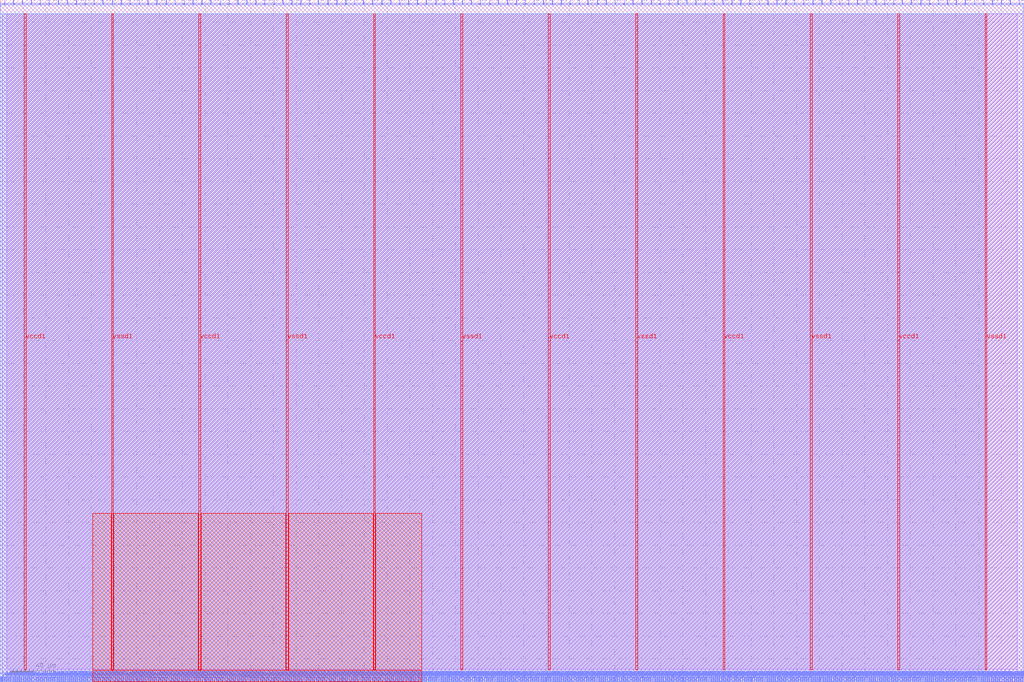
<source format=lef>
VERSION 5.7 ;
  NOWIREEXTENSIONATPIN ON ;
  DIVIDERCHAR "/" ;
  BUSBITCHARS "[]" ;
MACRO user_proj_example
  CLASS BLOCK ;
  FOREIGN user_proj_example ;
  ORIGIN 0.000 0.000 ;
  SIZE 900.000 BY 600.000 ;
  PIN io_in[0]
    DIRECTION INPUT ;
    USE SIGNAL ;
    PORT
      LAYER met2 ;
        RECT 3.770 596.000 4.050 600.000 ;
    END
  END io_in[0]
  PIN io_in[10]
    DIRECTION INPUT ;
    USE SIGNAL ;
    PORT
      LAYER met2 ;
        RECT 240.670 596.000 240.950 600.000 ;
    END
  END io_in[10]
  PIN io_in[11]
    DIRECTION INPUT ;
    USE SIGNAL ;
    PORT
      LAYER met2 ;
        RECT 264.130 596.000 264.410 600.000 ;
    END
  END io_in[11]
  PIN io_in[12]
    DIRECTION INPUT ;
    USE SIGNAL ;
    PORT
      LAYER met2 ;
        RECT 288.050 596.000 288.330 600.000 ;
    END
  END io_in[12]
  PIN io_in[13]
    DIRECTION INPUT ;
    USE SIGNAL ;
    PORT
      LAYER met2 ;
        RECT 311.510 596.000 311.790 600.000 ;
    END
  END io_in[13]
  PIN io_in[14]
    DIRECTION INPUT ;
    USE SIGNAL ;
    PORT
      LAYER met2 ;
        RECT 335.430 596.000 335.710 600.000 ;
    END
  END io_in[14]
  PIN io_in[15]
    DIRECTION INPUT ;
    USE SIGNAL ;
    PORT
      LAYER met2 ;
        RECT 358.890 596.000 359.170 600.000 ;
    END
  END io_in[15]
  PIN io_in[16]
    DIRECTION INPUT ;
    USE SIGNAL ;
    PORT
      LAYER met2 ;
        RECT 382.810 596.000 383.090 600.000 ;
    END
  END io_in[16]
  PIN io_in[17]
    DIRECTION INPUT ;
    USE SIGNAL ;
    PORT
      LAYER met2 ;
        RECT 406.270 596.000 406.550 600.000 ;
    END
  END io_in[17]
  PIN io_in[18]
    DIRECTION INPUT ;
    USE SIGNAL ;
    PORT
      LAYER met2 ;
        RECT 430.190 596.000 430.470 600.000 ;
    END
  END io_in[18]
  PIN io_in[19]
    DIRECTION INPUT ;
    USE SIGNAL ;
    PORT
      LAYER met2 ;
        RECT 453.650 596.000 453.930 600.000 ;
    END
  END io_in[19]
  PIN io_in[1]
    DIRECTION INPUT ;
    USE SIGNAL ;
    PORT
      LAYER met2 ;
        RECT 27.230 596.000 27.510 600.000 ;
    END
  END io_in[1]
  PIN io_in[20]
    DIRECTION INPUT ;
    USE SIGNAL ;
    PORT
      LAYER met2 ;
        RECT 477.570 596.000 477.850 600.000 ;
    END
  END io_in[20]
  PIN io_in[21]
    DIRECTION INPUT ;
    USE SIGNAL ;
    PORT
      LAYER met2 ;
        RECT 501.030 596.000 501.310 600.000 ;
    END
  END io_in[21]
  PIN io_in[22]
    DIRECTION INPUT ;
    USE SIGNAL ;
    PORT
      LAYER met2 ;
        RECT 524.950 596.000 525.230 600.000 ;
    END
  END io_in[22]
  PIN io_in[23]
    DIRECTION INPUT ;
    USE SIGNAL ;
    PORT
      LAYER met2 ;
        RECT 548.410 596.000 548.690 600.000 ;
    END
  END io_in[23]
  PIN io_in[24]
    DIRECTION INPUT ;
    USE SIGNAL ;
    PORT
      LAYER met2 ;
        RECT 572.330 596.000 572.610 600.000 ;
    END
  END io_in[24]
  PIN io_in[25]
    DIRECTION INPUT ;
    USE SIGNAL ;
    PORT
      LAYER met2 ;
        RECT 595.790 596.000 596.070 600.000 ;
    END
  END io_in[25]
  PIN io_in[26]
    DIRECTION INPUT ;
    USE SIGNAL ;
    PORT
      LAYER met2 ;
        RECT 619.710 596.000 619.990 600.000 ;
    END
  END io_in[26]
  PIN io_in[27]
    DIRECTION INPUT ;
    USE SIGNAL ;
    PORT
      LAYER met2 ;
        RECT 643.170 596.000 643.450 600.000 ;
    END
  END io_in[27]
  PIN io_in[28]
    DIRECTION INPUT ;
    USE SIGNAL ;
    PORT
      LAYER met2 ;
        RECT 667.090 596.000 667.370 600.000 ;
    END
  END io_in[28]
  PIN io_in[29]
    DIRECTION INPUT ;
    USE SIGNAL ;
    PORT
      LAYER met2 ;
        RECT 690.550 596.000 690.830 600.000 ;
    END
  END io_in[29]
  PIN io_in[2]
    DIRECTION INPUT ;
    USE SIGNAL ;
    PORT
      LAYER met2 ;
        RECT 51.150 596.000 51.430 600.000 ;
    END
  END io_in[2]
  PIN io_in[30]
    DIRECTION INPUT ;
    USE SIGNAL ;
    PORT
      LAYER met2 ;
        RECT 714.470 596.000 714.750 600.000 ;
    END
  END io_in[30]
  PIN io_in[31]
    DIRECTION INPUT ;
    USE SIGNAL ;
    PORT
      LAYER met2 ;
        RECT 737.930 596.000 738.210 600.000 ;
    END
  END io_in[31]
  PIN io_in[32]
    DIRECTION INPUT ;
    USE SIGNAL ;
    PORT
      LAYER met2 ;
        RECT 761.850 596.000 762.130 600.000 ;
    END
  END io_in[32]
  PIN io_in[33]
    DIRECTION INPUT ;
    USE SIGNAL ;
    PORT
      LAYER met2 ;
        RECT 785.310 596.000 785.590 600.000 ;
    END
  END io_in[33]
  PIN io_in[34]
    DIRECTION INPUT ;
    USE SIGNAL ;
    PORT
      LAYER met2 ;
        RECT 809.230 596.000 809.510 600.000 ;
    END
  END io_in[34]
  PIN io_in[35]
    DIRECTION INPUT ;
    USE SIGNAL ;
    PORT
      LAYER met2 ;
        RECT 832.690 596.000 832.970 600.000 ;
    END
  END io_in[35]
  PIN io_in[36]
    DIRECTION INPUT ;
    USE SIGNAL ;
    PORT
      LAYER met2 ;
        RECT 856.610 596.000 856.890 600.000 ;
    END
  END io_in[36]
  PIN io_in[37]
    DIRECTION INPUT ;
    USE SIGNAL ;
    PORT
      LAYER met2 ;
        RECT 880.070 596.000 880.350 600.000 ;
    END
  END io_in[37]
  PIN io_in[3]
    DIRECTION INPUT ;
    USE SIGNAL ;
    PORT
      LAYER met2 ;
        RECT 74.610 596.000 74.890 600.000 ;
    END
  END io_in[3]
  PIN io_in[4]
    DIRECTION INPUT ;
    USE SIGNAL ;
    PORT
      LAYER met2 ;
        RECT 98.530 596.000 98.810 600.000 ;
    END
  END io_in[4]
  PIN io_in[5]
    DIRECTION INPUT ;
    USE SIGNAL ;
    PORT
      LAYER met2 ;
        RECT 121.990 596.000 122.270 600.000 ;
    END
  END io_in[5]
  PIN io_in[6]
    DIRECTION INPUT ;
    USE SIGNAL ;
    PORT
      LAYER met2 ;
        RECT 145.910 596.000 146.190 600.000 ;
    END
  END io_in[6]
  PIN io_in[7]
    DIRECTION INPUT ;
    USE SIGNAL ;
    PORT
      LAYER met2 ;
        RECT 169.370 596.000 169.650 600.000 ;
    END
  END io_in[7]
  PIN io_in[8]
    DIRECTION INPUT ;
    USE SIGNAL ;
    PORT
      LAYER met2 ;
        RECT 193.290 596.000 193.570 600.000 ;
    END
  END io_in[8]
  PIN io_in[9]
    DIRECTION INPUT ;
    USE SIGNAL ;
    PORT
      LAYER met2 ;
        RECT 216.750 596.000 217.030 600.000 ;
    END
  END io_in[9]
  PIN io_oeb[0]
    DIRECTION OUTPUT TRISTATE ;
    USE SIGNAL ;
    PORT
      LAYER met2 ;
        RECT 11.590 596.000 11.870 600.000 ;
    END
  END io_oeb[0]
  PIN io_oeb[10]
    DIRECTION OUTPUT TRISTATE ;
    USE SIGNAL ;
    PORT
      LAYER met2 ;
        RECT 248.490 596.000 248.770 600.000 ;
    END
  END io_oeb[10]
  PIN io_oeb[11]
    DIRECTION OUTPUT TRISTATE ;
    USE SIGNAL ;
    PORT
      LAYER met2 ;
        RECT 271.950 596.000 272.230 600.000 ;
    END
  END io_oeb[11]
  PIN io_oeb[12]
    DIRECTION OUTPUT TRISTATE ;
    USE SIGNAL ;
    PORT
      LAYER met2 ;
        RECT 295.870 596.000 296.150 600.000 ;
    END
  END io_oeb[12]
  PIN io_oeb[13]
    DIRECTION OUTPUT TRISTATE ;
    USE SIGNAL ;
    PORT
      LAYER met2 ;
        RECT 319.330 596.000 319.610 600.000 ;
    END
  END io_oeb[13]
  PIN io_oeb[14]
    DIRECTION OUTPUT TRISTATE ;
    USE SIGNAL ;
    PORT
      LAYER met2 ;
        RECT 343.250 596.000 343.530 600.000 ;
    END
  END io_oeb[14]
  PIN io_oeb[15]
    DIRECTION OUTPUT TRISTATE ;
    USE SIGNAL ;
    PORT
      LAYER met2 ;
        RECT 366.710 596.000 366.990 600.000 ;
    END
  END io_oeb[15]
  PIN io_oeb[16]
    DIRECTION OUTPUT TRISTATE ;
    USE SIGNAL ;
    PORT
      LAYER met2 ;
        RECT 390.630 596.000 390.910 600.000 ;
    END
  END io_oeb[16]
  PIN io_oeb[17]
    DIRECTION OUTPUT TRISTATE ;
    USE SIGNAL ;
    PORT
      LAYER met2 ;
        RECT 414.090 596.000 414.370 600.000 ;
    END
  END io_oeb[17]
  PIN io_oeb[18]
    DIRECTION OUTPUT TRISTATE ;
    USE SIGNAL ;
    PORT
      LAYER met2 ;
        RECT 438.010 596.000 438.290 600.000 ;
    END
  END io_oeb[18]
  PIN io_oeb[19]
    DIRECTION OUTPUT TRISTATE ;
    USE SIGNAL ;
    PORT
      LAYER met2 ;
        RECT 461.470 596.000 461.750 600.000 ;
    END
  END io_oeb[19]
  PIN io_oeb[1]
    DIRECTION OUTPUT TRISTATE ;
    USE SIGNAL ;
    PORT
      LAYER met2 ;
        RECT 35.050 596.000 35.330 600.000 ;
    END
  END io_oeb[1]
  PIN io_oeb[20]
    DIRECTION OUTPUT TRISTATE ;
    USE SIGNAL ;
    PORT
      LAYER met2 ;
        RECT 485.390 596.000 485.670 600.000 ;
    END
  END io_oeb[20]
  PIN io_oeb[21]
    DIRECTION OUTPUT TRISTATE ;
    USE SIGNAL ;
    PORT
      LAYER met2 ;
        RECT 508.850 596.000 509.130 600.000 ;
    END
  END io_oeb[21]
  PIN io_oeb[22]
    DIRECTION OUTPUT TRISTATE ;
    USE SIGNAL ;
    PORT
      LAYER met2 ;
        RECT 532.770 596.000 533.050 600.000 ;
    END
  END io_oeb[22]
  PIN io_oeb[23]
    DIRECTION OUTPUT TRISTATE ;
    USE SIGNAL ;
    PORT
      LAYER met2 ;
        RECT 556.230 596.000 556.510 600.000 ;
    END
  END io_oeb[23]
  PIN io_oeb[24]
    DIRECTION OUTPUT TRISTATE ;
    USE SIGNAL ;
    PORT
      LAYER met2 ;
        RECT 580.150 596.000 580.430 600.000 ;
    END
  END io_oeb[24]
  PIN io_oeb[25]
    DIRECTION OUTPUT TRISTATE ;
    USE SIGNAL ;
    PORT
      LAYER met2 ;
        RECT 603.610 596.000 603.890 600.000 ;
    END
  END io_oeb[25]
  PIN io_oeb[26]
    DIRECTION OUTPUT TRISTATE ;
    USE SIGNAL ;
    PORT
      LAYER met2 ;
        RECT 627.530 596.000 627.810 600.000 ;
    END
  END io_oeb[26]
  PIN io_oeb[27]
    DIRECTION OUTPUT TRISTATE ;
    USE SIGNAL ;
    PORT
      LAYER met2 ;
        RECT 650.990 596.000 651.270 600.000 ;
    END
  END io_oeb[27]
  PIN io_oeb[28]
    DIRECTION OUTPUT TRISTATE ;
    USE SIGNAL ;
    PORT
      LAYER met2 ;
        RECT 674.910 596.000 675.190 600.000 ;
    END
  END io_oeb[28]
  PIN io_oeb[29]
    DIRECTION OUTPUT TRISTATE ;
    USE SIGNAL ;
    PORT
      LAYER met2 ;
        RECT 698.370 596.000 698.650 600.000 ;
    END
  END io_oeb[29]
  PIN io_oeb[2]
    DIRECTION OUTPUT TRISTATE ;
    USE SIGNAL ;
    PORT
      LAYER met2 ;
        RECT 58.970 596.000 59.250 600.000 ;
    END
  END io_oeb[2]
  PIN io_oeb[30]
    DIRECTION OUTPUT TRISTATE ;
    USE SIGNAL ;
    PORT
      LAYER met2 ;
        RECT 722.290 596.000 722.570 600.000 ;
    END
  END io_oeb[30]
  PIN io_oeb[31]
    DIRECTION OUTPUT TRISTATE ;
    USE SIGNAL ;
    PORT
      LAYER met2 ;
        RECT 745.750 596.000 746.030 600.000 ;
    END
  END io_oeb[31]
  PIN io_oeb[32]
    DIRECTION OUTPUT TRISTATE ;
    USE SIGNAL ;
    PORT
      LAYER met2 ;
        RECT 769.670 596.000 769.950 600.000 ;
    END
  END io_oeb[32]
  PIN io_oeb[33]
    DIRECTION OUTPUT TRISTATE ;
    USE SIGNAL ;
    PORT
      LAYER met2 ;
        RECT 793.130 596.000 793.410 600.000 ;
    END
  END io_oeb[33]
  PIN io_oeb[34]
    DIRECTION OUTPUT TRISTATE ;
    USE SIGNAL ;
    PORT
      LAYER met2 ;
        RECT 817.050 596.000 817.330 600.000 ;
    END
  END io_oeb[34]
  PIN io_oeb[35]
    DIRECTION OUTPUT TRISTATE ;
    USE SIGNAL ;
    PORT
      LAYER met2 ;
        RECT 840.510 596.000 840.790 600.000 ;
    END
  END io_oeb[35]
  PIN io_oeb[36]
    DIRECTION OUTPUT TRISTATE ;
    USE SIGNAL ;
    PORT
      LAYER met2 ;
        RECT 864.430 596.000 864.710 600.000 ;
    END
  END io_oeb[36]
  PIN io_oeb[37]
    DIRECTION OUTPUT TRISTATE ;
    USE SIGNAL ;
    PORT
      LAYER met2 ;
        RECT 887.890 596.000 888.170 600.000 ;
    END
  END io_oeb[37]
  PIN io_oeb[3]
    DIRECTION OUTPUT TRISTATE ;
    USE SIGNAL ;
    PORT
      LAYER met2 ;
        RECT 82.430 596.000 82.710 600.000 ;
    END
  END io_oeb[3]
  PIN io_oeb[4]
    DIRECTION OUTPUT TRISTATE ;
    USE SIGNAL ;
    PORT
      LAYER met2 ;
        RECT 106.350 596.000 106.630 600.000 ;
    END
  END io_oeb[4]
  PIN io_oeb[5]
    DIRECTION OUTPUT TRISTATE ;
    USE SIGNAL ;
    PORT
      LAYER met2 ;
        RECT 129.810 596.000 130.090 600.000 ;
    END
  END io_oeb[5]
  PIN io_oeb[6]
    DIRECTION OUTPUT TRISTATE ;
    USE SIGNAL ;
    PORT
      LAYER met2 ;
        RECT 153.730 596.000 154.010 600.000 ;
    END
  END io_oeb[6]
  PIN io_oeb[7]
    DIRECTION OUTPUT TRISTATE ;
    USE SIGNAL ;
    PORT
      LAYER met2 ;
        RECT 177.190 596.000 177.470 600.000 ;
    END
  END io_oeb[7]
  PIN io_oeb[8]
    DIRECTION OUTPUT TRISTATE ;
    USE SIGNAL ;
    PORT
      LAYER met2 ;
        RECT 201.110 596.000 201.390 600.000 ;
    END
  END io_oeb[8]
  PIN io_oeb[9]
    DIRECTION OUTPUT TRISTATE ;
    USE SIGNAL ;
    PORT
      LAYER met2 ;
        RECT 224.570 596.000 224.850 600.000 ;
    END
  END io_oeb[9]
  PIN io_out[0]
    DIRECTION OUTPUT TRISTATE ;
    USE SIGNAL ;
    PORT
      LAYER met2 ;
        RECT 19.410 596.000 19.690 600.000 ;
    END
  END io_out[0]
  PIN io_out[10]
    DIRECTION OUTPUT TRISTATE ;
    USE SIGNAL ;
    PORT
      LAYER met2 ;
        RECT 256.310 596.000 256.590 600.000 ;
    END
  END io_out[10]
  PIN io_out[11]
    DIRECTION OUTPUT TRISTATE ;
    USE SIGNAL ;
    PORT
      LAYER met2 ;
        RECT 279.770 596.000 280.050 600.000 ;
    END
  END io_out[11]
  PIN io_out[12]
    DIRECTION OUTPUT TRISTATE ;
    USE SIGNAL ;
    PORT
      LAYER met2 ;
        RECT 303.690 596.000 303.970 600.000 ;
    END
  END io_out[12]
  PIN io_out[13]
    DIRECTION OUTPUT TRISTATE ;
    USE SIGNAL ;
    PORT
      LAYER met2 ;
        RECT 327.150 596.000 327.430 600.000 ;
    END
  END io_out[13]
  PIN io_out[14]
    DIRECTION OUTPUT TRISTATE ;
    USE SIGNAL ;
    PORT
      LAYER met2 ;
        RECT 351.070 596.000 351.350 600.000 ;
    END
  END io_out[14]
  PIN io_out[15]
    DIRECTION OUTPUT TRISTATE ;
    USE SIGNAL ;
    PORT
      LAYER met2 ;
        RECT 374.530 596.000 374.810 600.000 ;
    END
  END io_out[15]
  PIN io_out[16]
    DIRECTION OUTPUT TRISTATE ;
    USE SIGNAL ;
    PORT
      LAYER met2 ;
        RECT 398.450 596.000 398.730 600.000 ;
    END
  END io_out[16]
  PIN io_out[17]
    DIRECTION OUTPUT TRISTATE ;
    USE SIGNAL ;
    PORT
      LAYER met2 ;
        RECT 421.910 596.000 422.190 600.000 ;
    END
  END io_out[17]
  PIN io_out[18]
    DIRECTION OUTPUT TRISTATE ;
    USE SIGNAL ;
    PORT
      LAYER met2 ;
        RECT 445.830 596.000 446.110 600.000 ;
    END
  END io_out[18]
  PIN io_out[19]
    DIRECTION OUTPUT TRISTATE ;
    USE SIGNAL ;
    PORT
      LAYER met2 ;
        RECT 469.290 596.000 469.570 600.000 ;
    END
  END io_out[19]
  PIN io_out[1]
    DIRECTION OUTPUT TRISTATE ;
    USE SIGNAL ;
    PORT
      LAYER met2 ;
        RECT 42.870 596.000 43.150 600.000 ;
    END
  END io_out[1]
  PIN io_out[20]
    DIRECTION OUTPUT TRISTATE ;
    USE SIGNAL ;
    PORT
      LAYER met2 ;
        RECT 493.210 596.000 493.490 600.000 ;
    END
  END io_out[20]
  PIN io_out[21]
    DIRECTION OUTPUT TRISTATE ;
    USE SIGNAL ;
    PORT
      LAYER met2 ;
        RECT 516.670 596.000 516.950 600.000 ;
    END
  END io_out[21]
  PIN io_out[22]
    DIRECTION OUTPUT TRISTATE ;
    USE SIGNAL ;
    PORT
      LAYER met2 ;
        RECT 540.590 596.000 540.870 600.000 ;
    END
  END io_out[22]
  PIN io_out[23]
    DIRECTION OUTPUT TRISTATE ;
    USE SIGNAL ;
    PORT
      LAYER met2 ;
        RECT 564.050 596.000 564.330 600.000 ;
    END
  END io_out[23]
  PIN io_out[24]
    DIRECTION OUTPUT TRISTATE ;
    USE SIGNAL ;
    PORT
      LAYER met2 ;
        RECT 587.970 596.000 588.250 600.000 ;
    END
  END io_out[24]
  PIN io_out[25]
    DIRECTION OUTPUT TRISTATE ;
    USE SIGNAL ;
    PORT
      LAYER met2 ;
        RECT 611.430 596.000 611.710 600.000 ;
    END
  END io_out[25]
  PIN io_out[26]
    DIRECTION OUTPUT TRISTATE ;
    USE SIGNAL ;
    PORT
      LAYER met2 ;
        RECT 635.350 596.000 635.630 600.000 ;
    END
  END io_out[26]
  PIN io_out[27]
    DIRECTION OUTPUT TRISTATE ;
    USE SIGNAL ;
    PORT
      LAYER met2 ;
        RECT 658.810 596.000 659.090 600.000 ;
    END
  END io_out[27]
  PIN io_out[28]
    DIRECTION OUTPUT TRISTATE ;
    USE SIGNAL ;
    PORT
      LAYER met2 ;
        RECT 682.730 596.000 683.010 600.000 ;
    END
  END io_out[28]
  PIN io_out[29]
    DIRECTION OUTPUT TRISTATE ;
    USE SIGNAL ;
    PORT
      LAYER met2 ;
        RECT 706.190 596.000 706.470 600.000 ;
    END
  END io_out[29]
  PIN io_out[2]
    DIRECTION OUTPUT TRISTATE ;
    USE SIGNAL ;
    PORT
      LAYER met2 ;
        RECT 66.790 596.000 67.070 600.000 ;
    END
  END io_out[2]
  PIN io_out[30]
    DIRECTION OUTPUT TRISTATE ;
    USE SIGNAL ;
    PORT
      LAYER met2 ;
        RECT 730.110 596.000 730.390 600.000 ;
    END
  END io_out[30]
  PIN io_out[31]
    DIRECTION OUTPUT TRISTATE ;
    USE SIGNAL ;
    PORT
      LAYER met2 ;
        RECT 753.570 596.000 753.850 600.000 ;
    END
  END io_out[31]
  PIN io_out[32]
    DIRECTION OUTPUT TRISTATE ;
    USE SIGNAL ;
    PORT
      LAYER met2 ;
        RECT 777.490 596.000 777.770 600.000 ;
    END
  END io_out[32]
  PIN io_out[33]
    DIRECTION OUTPUT TRISTATE ;
    USE SIGNAL ;
    PORT
      LAYER met2 ;
        RECT 800.950 596.000 801.230 600.000 ;
    END
  END io_out[33]
  PIN io_out[34]
    DIRECTION OUTPUT TRISTATE ;
    USE SIGNAL ;
    PORT
      LAYER met2 ;
        RECT 824.870 596.000 825.150 600.000 ;
    END
  END io_out[34]
  PIN io_out[35]
    DIRECTION OUTPUT TRISTATE ;
    USE SIGNAL ;
    PORT
      LAYER met2 ;
        RECT 848.330 596.000 848.610 600.000 ;
    END
  END io_out[35]
  PIN io_out[36]
    DIRECTION OUTPUT TRISTATE ;
    USE SIGNAL ;
    PORT
      LAYER met2 ;
        RECT 872.250 596.000 872.530 600.000 ;
    END
  END io_out[36]
  PIN io_out[37]
    DIRECTION OUTPUT TRISTATE ;
    USE SIGNAL ;
    PORT
      LAYER met2 ;
        RECT 895.710 596.000 895.990 600.000 ;
    END
  END io_out[37]
  PIN io_out[3]
    DIRECTION OUTPUT TRISTATE ;
    USE SIGNAL ;
    PORT
      LAYER met2 ;
        RECT 90.250 596.000 90.530 600.000 ;
    END
  END io_out[3]
  PIN io_out[4]
    DIRECTION OUTPUT TRISTATE ;
    USE SIGNAL ;
    PORT
      LAYER met2 ;
        RECT 114.170 596.000 114.450 600.000 ;
    END
  END io_out[4]
  PIN io_out[5]
    DIRECTION OUTPUT TRISTATE ;
    USE SIGNAL ;
    PORT
      LAYER met2 ;
        RECT 137.630 596.000 137.910 600.000 ;
    END
  END io_out[5]
  PIN io_out[6]
    DIRECTION OUTPUT TRISTATE ;
    USE SIGNAL ;
    PORT
      LAYER met2 ;
        RECT 161.550 596.000 161.830 600.000 ;
    END
  END io_out[6]
  PIN io_out[7]
    DIRECTION OUTPUT TRISTATE ;
    USE SIGNAL ;
    PORT
      LAYER met2 ;
        RECT 185.010 596.000 185.290 600.000 ;
    END
  END io_out[7]
  PIN io_out[8]
    DIRECTION OUTPUT TRISTATE ;
    USE SIGNAL ;
    PORT
      LAYER met2 ;
        RECT 208.930 596.000 209.210 600.000 ;
    END
  END io_out[8]
  PIN io_out[9]
    DIRECTION OUTPUT TRISTATE ;
    USE SIGNAL ;
    PORT
      LAYER met2 ;
        RECT 232.390 596.000 232.670 600.000 ;
    END
  END io_out[9]
  PIN irq[0]
    DIRECTION OUTPUT TRISTATE ;
    USE SIGNAL ;
    PORT
      LAYER met2 ;
        RECT 895.250 0.000 895.530 4.000 ;
    END
  END irq[0]
  PIN irq[1]
    DIRECTION OUTPUT TRISTATE ;
    USE SIGNAL ;
    PORT
      LAYER met2 ;
        RECT 897.090 0.000 897.370 4.000 ;
    END
  END irq[1]
  PIN irq[2]
    DIRECTION OUTPUT TRISTATE ;
    USE SIGNAL ;
    PORT
      LAYER met2 ;
        RECT 898.930 0.000 899.210 4.000 ;
    END
  END irq[2]
  PIN la_data_in[0]
    DIRECTION INPUT ;
    USE SIGNAL ;
    PORT
      LAYER met2 ;
        RECT 193.750 0.000 194.030 4.000 ;
    END
  END la_data_in[0]
  PIN la_data_in[100]
    DIRECTION INPUT ;
    USE SIGNAL ;
    PORT
      LAYER met2 ;
        RECT 741.610 0.000 741.890 4.000 ;
    END
  END la_data_in[100]
  PIN la_data_in[101]
    DIRECTION INPUT ;
    USE SIGNAL ;
    PORT
      LAYER met2 ;
        RECT 747.130 0.000 747.410 4.000 ;
    END
  END la_data_in[101]
  PIN la_data_in[102]
    DIRECTION INPUT ;
    USE SIGNAL ;
    PORT
      LAYER met2 ;
        RECT 752.650 0.000 752.930 4.000 ;
    END
  END la_data_in[102]
  PIN la_data_in[103]
    DIRECTION INPUT ;
    USE SIGNAL ;
    PORT
      LAYER met2 ;
        RECT 758.170 0.000 758.450 4.000 ;
    END
  END la_data_in[103]
  PIN la_data_in[104]
    DIRECTION INPUT ;
    USE SIGNAL ;
    PORT
      LAYER met2 ;
        RECT 763.690 0.000 763.970 4.000 ;
    END
  END la_data_in[104]
  PIN la_data_in[105]
    DIRECTION INPUT ;
    USE SIGNAL ;
    PORT
      LAYER met2 ;
        RECT 769.210 0.000 769.490 4.000 ;
    END
  END la_data_in[105]
  PIN la_data_in[106]
    DIRECTION INPUT ;
    USE SIGNAL ;
    PORT
      LAYER met2 ;
        RECT 774.730 0.000 775.010 4.000 ;
    END
  END la_data_in[106]
  PIN la_data_in[107]
    DIRECTION INPUT ;
    USE SIGNAL ;
    PORT
      LAYER met2 ;
        RECT 780.250 0.000 780.530 4.000 ;
    END
  END la_data_in[107]
  PIN la_data_in[108]
    DIRECTION INPUT ;
    USE SIGNAL ;
    PORT
      LAYER met2 ;
        RECT 785.310 0.000 785.590 4.000 ;
    END
  END la_data_in[108]
  PIN la_data_in[109]
    DIRECTION INPUT ;
    USE SIGNAL ;
    PORT
      LAYER met2 ;
        RECT 790.830 0.000 791.110 4.000 ;
    END
  END la_data_in[109]
  PIN la_data_in[10]
    DIRECTION INPUT ;
    USE SIGNAL ;
    PORT
      LAYER met2 ;
        RECT 248.490 0.000 248.770 4.000 ;
    END
  END la_data_in[10]
  PIN la_data_in[110]
    DIRECTION INPUT ;
    USE SIGNAL ;
    PORT
      LAYER met2 ;
        RECT 796.350 0.000 796.630 4.000 ;
    END
  END la_data_in[110]
  PIN la_data_in[111]
    DIRECTION INPUT ;
    USE SIGNAL ;
    PORT
      LAYER met2 ;
        RECT 801.870 0.000 802.150 4.000 ;
    END
  END la_data_in[111]
  PIN la_data_in[112]
    DIRECTION INPUT ;
    USE SIGNAL ;
    PORT
      LAYER met2 ;
        RECT 807.390 0.000 807.670 4.000 ;
    END
  END la_data_in[112]
  PIN la_data_in[113]
    DIRECTION INPUT ;
    USE SIGNAL ;
    PORT
      LAYER met2 ;
        RECT 812.910 0.000 813.190 4.000 ;
    END
  END la_data_in[113]
  PIN la_data_in[114]
    DIRECTION INPUT ;
    USE SIGNAL ;
    PORT
      LAYER met2 ;
        RECT 818.430 0.000 818.710 4.000 ;
    END
  END la_data_in[114]
  PIN la_data_in[115]
    DIRECTION INPUT ;
    USE SIGNAL ;
    PORT
      LAYER met2 ;
        RECT 823.950 0.000 824.230 4.000 ;
    END
  END la_data_in[115]
  PIN la_data_in[116]
    DIRECTION INPUT ;
    USE SIGNAL ;
    PORT
      LAYER met2 ;
        RECT 829.470 0.000 829.750 4.000 ;
    END
  END la_data_in[116]
  PIN la_data_in[117]
    DIRECTION INPUT ;
    USE SIGNAL ;
    PORT
      LAYER met2 ;
        RECT 834.990 0.000 835.270 4.000 ;
    END
  END la_data_in[117]
  PIN la_data_in[118]
    DIRECTION INPUT ;
    USE SIGNAL ;
    PORT
      LAYER met2 ;
        RECT 840.510 0.000 840.790 4.000 ;
    END
  END la_data_in[118]
  PIN la_data_in[119]
    DIRECTION INPUT ;
    USE SIGNAL ;
    PORT
      LAYER met2 ;
        RECT 845.570 0.000 845.850 4.000 ;
    END
  END la_data_in[119]
  PIN la_data_in[11]
    DIRECTION INPUT ;
    USE SIGNAL ;
    PORT
      LAYER met2 ;
        RECT 254.010 0.000 254.290 4.000 ;
    END
  END la_data_in[11]
  PIN la_data_in[120]
    DIRECTION INPUT ;
    USE SIGNAL ;
    PORT
      LAYER met2 ;
        RECT 851.090 0.000 851.370 4.000 ;
    END
  END la_data_in[120]
  PIN la_data_in[121]
    DIRECTION INPUT ;
    USE SIGNAL ;
    PORT
      LAYER met2 ;
        RECT 856.610 0.000 856.890 4.000 ;
    END
  END la_data_in[121]
  PIN la_data_in[122]
    DIRECTION INPUT ;
    USE SIGNAL ;
    PORT
      LAYER met2 ;
        RECT 862.130 0.000 862.410 4.000 ;
    END
  END la_data_in[122]
  PIN la_data_in[123]
    DIRECTION INPUT ;
    USE SIGNAL ;
    PORT
      LAYER met2 ;
        RECT 867.650 0.000 867.930 4.000 ;
    END
  END la_data_in[123]
  PIN la_data_in[124]
    DIRECTION INPUT ;
    USE SIGNAL ;
    PORT
      LAYER met2 ;
        RECT 873.170 0.000 873.450 4.000 ;
    END
  END la_data_in[124]
  PIN la_data_in[125]
    DIRECTION INPUT ;
    USE SIGNAL ;
    PORT
      LAYER met2 ;
        RECT 878.690 0.000 878.970 4.000 ;
    END
  END la_data_in[125]
  PIN la_data_in[126]
    DIRECTION INPUT ;
    USE SIGNAL ;
    PORT
      LAYER met2 ;
        RECT 884.210 0.000 884.490 4.000 ;
    END
  END la_data_in[126]
  PIN la_data_in[127]
    DIRECTION INPUT ;
    USE SIGNAL ;
    PORT
      LAYER met2 ;
        RECT 889.730 0.000 890.010 4.000 ;
    END
  END la_data_in[127]
  PIN la_data_in[12]
    DIRECTION INPUT ;
    USE SIGNAL ;
    PORT
      LAYER met2 ;
        RECT 259.530 0.000 259.810 4.000 ;
    END
  END la_data_in[12]
  PIN la_data_in[13]
    DIRECTION INPUT ;
    USE SIGNAL ;
    PORT
      LAYER met2 ;
        RECT 265.050 0.000 265.330 4.000 ;
    END
  END la_data_in[13]
  PIN la_data_in[14]
    DIRECTION INPUT ;
    USE SIGNAL ;
    PORT
      LAYER met2 ;
        RECT 270.570 0.000 270.850 4.000 ;
    END
  END la_data_in[14]
  PIN la_data_in[15]
    DIRECTION INPUT ;
    USE SIGNAL ;
    PORT
      LAYER met2 ;
        RECT 276.090 0.000 276.370 4.000 ;
    END
  END la_data_in[15]
  PIN la_data_in[16]
    DIRECTION INPUT ;
    USE SIGNAL ;
    PORT
      LAYER met2 ;
        RECT 281.610 0.000 281.890 4.000 ;
    END
  END la_data_in[16]
  PIN la_data_in[17]
    DIRECTION INPUT ;
    USE SIGNAL ;
    PORT
      LAYER met2 ;
        RECT 287.130 0.000 287.410 4.000 ;
    END
  END la_data_in[17]
  PIN la_data_in[18]
    DIRECTION INPUT ;
    USE SIGNAL ;
    PORT
      LAYER met2 ;
        RECT 292.650 0.000 292.930 4.000 ;
    END
  END la_data_in[18]
  PIN la_data_in[19]
    DIRECTION INPUT ;
    USE SIGNAL ;
    PORT
      LAYER met2 ;
        RECT 298.170 0.000 298.450 4.000 ;
    END
  END la_data_in[19]
  PIN la_data_in[1]
    DIRECTION INPUT ;
    USE SIGNAL ;
    PORT
      LAYER met2 ;
        RECT 199.270 0.000 199.550 4.000 ;
    END
  END la_data_in[1]
  PIN la_data_in[20]
    DIRECTION INPUT ;
    USE SIGNAL ;
    PORT
      LAYER met2 ;
        RECT 303.230 0.000 303.510 4.000 ;
    END
  END la_data_in[20]
  PIN la_data_in[21]
    DIRECTION INPUT ;
    USE SIGNAL ;
    PORT
      LAYER met2 ;
        RECT 308.750 0.000 309.030 4.000 ;
    END
  END la_data_in[21]
  PIN la_data_in[22]
    DIRECTION INPUT ;
    USE SIGNAL ;
    PORT
      LAYER met2 ;
        RECT 314.270 0.000 314.550 4.000 ;
    END
  END la_data_in[22]
  PIN la_data_in[23]
    DIRECTION INPUT ;
    USE SIGNAL ;
    PORT
      LAYER met2 ;
        RECT 319.790 0.000 320.070 4.000 ;
    END
  END la_data_in[23]
  PIN la_data_in[24]
    DIRECTION INPUT ;
    USE SIGNAL ;
    PORT
      LAYER met2 ;
        RECT 325.310 0.000 325.590 4.000 ;
    END
  END la_data_in[24]
  PIN la_data_in[25]
    DIRECTION INPUT ;
    USE SIGNAL ;
    PORT
      LAYER met2 ;
        RECT 330.830 0.000 331.110 4.000 ;
    END
  END la_data_in[25]
  PIN la_data_in[26]
    DIRECTION INPUT ;
    USE SIGNAL ;
    PORT
      LAYER met2 ;
        RECT 336.350 0.000 336.630 4.000 ;
    END
  END la_data_in[26]
  PIN la_data_in[27]
    DIRECTION INPUT ;
    USE SIGNAL ;
    PORT
      LAYER met2 ;
        RECT 341.870 0.000 342.150 4.000 ;
    END
  END la_data_in[27]
  PIN la_data_in[28]
    DIRECTION INPUT ;
    USE SIGNAL ;
    PORT
      LAYER met2 ;
        RECT 347.390 0.000 347.670 4.000 ;
    END
  END la_data_in[28]
  PIN la_data_in[29]
    DIRECTION INPUT ;
    USE SIGNAL ;
    PORT
      LAYER met2 ;
        RECT 352.910 0.000 353.190 4.000 ;
    END
  END la_data_in[29]
  PIN la_data_in[2]
    DIRECTION INPUT ;
    USE SIGNAL ;
    PORT
      LAYER met2 ;
        RECT 204.790 0.000 205.070 4.000 ;
    END
  END la_data_in[2]
  PIN la_data_in[30]
    DIRECTION INPUT ;
    USE SIGNAL ;
    PORT
      LAYER met2 ;
        RECT 358.430 0.000 358.710 4.000 ;
    END
  END la_data_in[30]
  PIN la_data_in[31]
    DIRECTION INPUT ;
    USE SIGNAL ;
    PORT
      LAYER met2 ;
        RECT 363.490 0.000 363.770 4.000 ;
    END
  END la_data_in[31]
  PIN la_data_in[32]
    DIRECTION INPUT ;
    USE SIGNAL ;
    PORT
      LAYER met2 ;
        RECT 369.010 0.000 369.290 4.000 ;
    END
  END la_data_in[32]
  PIN la_data_in[33]
    DIRECTION INPUT ;
    USE SIGNAL ;
    PORT
      LAYER met2 ;
        RECT 374.530 0.000 374.810 4.000 ;
    END
  END la_data_in[33]
  PIN la_data_in[34]
    DIRECTION INPUT ;
    USE SIGNAL ;
    PORT
      LAYER met2 ;
        RECT 380.050 0.000 380.330 4.000 ;
    END
  END la_data_in[34]
  PIN la_data_in[35]
    DIRECTION INPUT ;
    USE SIGNAL ;
    PORT
      LAYER met2 ;
        RECT 385.570 0.000 385.850 4.000 ;
    END
  END la_data_in[35]
  PIN la_data_in[36]
    DIRECTION INPUT ;
    USE SIGNAL ;
    PORT
      LAYER met2 ;
        RECT 391.090 0.000 391.370 4.000 ;
    END
  END la_data_in[36]
  PIN la_data_in[37]
    DIRECTION INPUT ;
    USE SIGNAL ;
    PORT
      LAYER met2 ;
        RECT 396.610 0.000 396.890 4.000 ;
    END
  END la_data_in[37]
  PIN la_data_in[38]
    DIRECTION INPUT ;
    USE SIGNAL ;
    PORT
      LAYER met2 ;
        RECT 402.130 0.000 402.410 4.000 ;
    END
  END la_data_in[38]
  PIN la_data_in[39]
    DIRECTION INPUT ;
    USE SIGNAL ;
    PORT
      LAYER met2 ;
        RECT 407.650 0.000 407.930 4.000 ;
    END
  END la_data_in[39]
  PIN la_data_in[3]
    DIRECTION INPUT ;
    USE SIGNAL ;
    PORT
      LAYER met2 ;
        RECT 210.310 0.000 210.590 4.000 ;
    END
  END la_data_in[3]
  PIN la_data_in[40]
    DIRECTION INPUT ;
    USE SIGNAL ;
    PORT
      LAYER met2 ;
        RECT 413.170 0.000 413.450 4.000 ;
    END
  END la_data_in[40]
  PIN la_data_in[41]
    DIRECTION INPUT ;
    USE SIGNAL ;
    PORT
      LAYER met2 ;
        RECT 418.690 0.000 418.970 4.000 ;
    END
  END la_data_in[41]
  PIN la_data_in[42]
    DIRECTION INPUT ;
    USE SIGNAL ;
    PORT
      LAYER met2 ;
        RECT 423.750 0.000 424.030 4.000 ;
    END
  END la_data_in[42]
  PIN la_data_in[43]
    DIRECTION INPUT ;
    USE SIGNAL ;
    PORT
      LAYER met2 ;
        RECT 429.270 0.000 429.550 4.000 ;
    END
  END la_data_in[43]
  PIN la_data_in[44]
    DIRECTION INPUT ;
    USE SIGNAL ;
    PORT
      LAYER met2 ;
        RECT 434.790 0.000 435.070 4.000 ;
    END
  END la_data_in[44]
  PIN la_data_in[45]
    DIRECTION INPUT ;
    USE SIGNAL ;
    PORT
      LAYER met2 ;
        RECT 440.310 0.000 440.590 4.000 ;
    END
  END la_data_in[45]
  PIN la_data_in[46]
    DIRECTION INPUT ;
    USE SIGNAL ;
    PORT
      LAYER met2 ;
        RECT 445.830 0.000 446.110 4.000 ;
    END
  END la_data_in[46]
  PIN la_data_in[47]
    DIRECTION INPUT ;
    USE SIGNAL ;
    PORT
      LAYER met2 ;
        RECT 451.350 0.000 451.630 4.000 ;
    END
  END la_data_in[47]
  PIN la_data_in[48]
    DIRECTION INPUT ;
    USE SIGNAL ;
    PORT
      LAYER met2 ;
        RECT 456.870 0.000 457.150 4.000 ;
    END
  END la_data_in[48]
  PIN la_data_in[49]
    DIRECTION INPUT ;
    USE SIGNAL ;
    PORT
      LAYER met2 ;
        RECT 462.390 0.000 462.670 4.000 ;
    END
  END la_data_in[49]
  PIN la_data_in[4]
    DIRECTION INPUT ;
    USE SIGNAL ;
    PORT
      LAYER met2 ;
        RECT 215.830 0.000 216.110 4.000 ;
    END
  END la_data_in[4]
  PIN la_data_in[50]
    DIRECTION INPUT ;
    USE SIGNAL ;
    PORT
      LAYER met2 ;
        RECT 467.910 0.000 468.190 4.000 ;
    END
  END la_data_in[50]
  PIN la_data_in[51]
    DIRECTION INPUT ;
    USE SIGNAL ;
    PORT
      LAYER met2 ;
        RECT 473.430 0.000 473.710 4.000 ;
    END
  END la_data_in[51]
  PIN la_data_in[52]
    DIRECTION INPUT ;
    USE SIGNAL ;
    PORT
      LAYER met2 ;
        RECT 478.950 0.000 479.230 4.000 ;
    END
  END la_data_in[52]
  PIN la_data_in[53]
    DIRECTION INPUT ;
    USE SIGNAL ;
    PORT
      LAYER met2 ;
        RECT 484.010 0.000 484.290 4.000 ;
    END
  END la_data_in[53]
  PIN la_data_in[54]
    DIRECTION INPUT ;
    USE SIGNAL ;
    PORT
      LAYER met2 ;
        RECT 489.530 0.000 489.810 4.000 ;
    END
  END la_data_in[54]
  PIN la_data_in[55]
    DIRECTION INPUT ;
    USE SIGNAL ;
    PORT
      LAYER met2 ;
        RECT 495.050 0.000 495.330 4.000 ;
    END
  END la_data_in[55]
  PIN la_data_in[56]
    DIRECTION INPUT ;
    USE SIGNAL ;
    PORT
      LAYER met2 ;
        RECT 500.570 0.000 500.850 4.000 ;
    END
  END la_data_in[56]
  PIN la_data_in[57]
    DIRECTION INPUT ;
    USE SIGNAL ;
    PORT
      LAYER met2 ;
        RECT 506.090 0.000 506.370 4.000 ;
    END
  END la_data_in[57]
  PIN la_data_in[58]
    DIRECTION INPUT ;
    USE SIGNAL ;
    PORT
      LAYER met2 ;
        RECT 511.610 0.000 511.890 4.000 ;
    END
  END la_data_in[58]
  PIN la_data_in[59]
    DIRECTION INPUT ;
    USE SIGNAL ;
    PORT
      LAYER met2 ;
        RECT 517.130 0.000 517.410 4.000 ;
    END
  END la_data_in[59]
  PIN la_data_in[5]
    DIRECTION INPUT ;
    USE SIGNAL ;
    PORT
      LAYER met2 ;
        RECT 221.350 0.000 221.630 4.000 ;
    END
  END la_data_in[5]
  PIN la_data_in[60]
    DIRECTION INPUT ;
    USE SIGNAL ;
    PORT
      LAYER met2 ;
        RECT 522.650 0.000 522.930 4.000 ;
    END
  END la_data_in[60]
  PIN la_data_in[61]
    DIRECTION INPUT ;
    USE SIGNAL ;
    PORT
      LAYER met2 ;
        RECT 528.170 0.000 528.450 4.000 ;
    END
  END la_data_in[61]
  PIN la_data_in[62]
    DIRECTION INPUT ;
    USE SIGNAL ;
    PORT
      LAYER met2 ;
        RECT 533.690 0.000 533.970 4.000 ;
    END
  END la_data_in[62]
  PIN la_data_in[63]
    DIRECTION INPUT ;
    USE SIGNAL ;
    PORT
      LAYER met2 ;
        RECT 539.210 0.000 539.490 4.000 ;
    END
  END la_data_in[63]
  PIN la_data_in[64]
    DIRECTION INPUT ;
    USE SIGNAL ;
    PORT
      LAYER met2 ;
        RECT 544.270 0.000 544.550 4.000 ;
    END
  END la_data_in[64]
  PIN la_data_in[65]
    DIRECTION INPUT ;
    USE SIGNAL ;
    PORT
      LAYER met2 ;
        RECT 549.790 0.000 550.070 4.000 ;
    END
  END la_data_in[65]
  PIN la_data_in[66]
    DIRECTION INPUT ;
    USE SIGNAL ;
    PORT
      LAYER met2 ;
        RECT 555.310 0.000 555.590 4.000 ;
    END
  END la_data_in[66]
  PIN la_data_in[67]
    DIRECTION INPUT ;
    USE SIGNAL ;
    PORT
      LAYER met2 ;
        RECT 560.830 0.000 561.110 4.000 ;
    END
  END la_data_in[67]
  PIN la_data_in[68]
    DIRECTION INPUT ;
    USE SIGNAL ;
    PORT
      LAYER met2 ;
        RECT 566.350 0.000 566.630 4.000 ;
    END
  END la_data_in[68]
  PIN la_data_in[69]
    DIRECTION INPUT ;
    USE SIGNAL ;
    PORT
      LAYER met2 ;
        RECT 571.870 0.000 572.150 4.000 ;
    END
  END la_data_in[69]
  PIN la_data_in[6]
    DIRECTION INPUT ;
    USE SIGNAL ;
    PORT
      LAYER met2 ;
        RECT 226.870 0.000 227.150 4.000 ;
    END
  END la_data_in[6]
  PIN la_data_in[70]
    DIRECTION INPUT ;
    USE SIGNAL ;
    PORT
      LAYER met2 ;
        RECT 577.390 0.000 577.670 4.000 ;
    END
  END la_data_in[70]
  PIN la_data_in[71]
    DIRECTION INPUT ;
    USE SIGNAL ;
    PORT
      LAYER met2 ;
        RECT 582.910 0.000 583.190 4.000 ;
    END
  END la_data_in[71]
  PIN la_data_in[72]
    DIRECTION INPUT ;
    USE SIGNAL ;
    PORT
      LAYER met2 ;
        RECT 588.430 0.000 588.710 4.000 ;
    END
  END la_data_in[72]
  PIN la_data_in[73]
    DIRECTION INPUT ;
    USE SIGNAL ;
    PORT
      LAYER met2 ;
        RECT 593.950 0.000 594.230 4.000 ;
    END
  END la_data_in[73]
  PIN la_data_in[74]
    DIRECTION INPUT ;
    USE SIGNAL ;
    PORT
      LAYER met2 ;
        RECT 599.470 0.000 599.750 4.000 ;
    END
  END la_data_in[74]
  PIN la_data_in[75]
    DIRECTION INPUT ;
    USE SIGNAL ;
    PORT
      LAYER met2 ;
        RECT 604.530 0.000 604.810 4.000 ;
    END
  END la_data_in[75]
  PIN la_data_in[76]
    DIRECTION INPUT ;
    USE SIGNAL ;
    PORT
      LAYER met2 ;
        RECT 610.050 0.000 610.330 4.000 ;
    END
  END la_data_in[76]
  PIN la_data_in[77]
    DIRECTION INPUT ;
    USE SIGNAL ;
    PORT
      LAYER met2 ;
        RECT 615.570 0.000 615.850 4.000 ;
    END
  END la_data_in[77]
  PIN la_data_in[78]
    DIRECTION INPUT ;
    USE SIGNAL ;
    PORT
      LAYER met2 ;
        RECT 621.090 0.000 621.370 4.000 ;
    END
  END la_data_in[78]
  PIN la_data_in[79]
    DIRECTION INPUT ;
    USE SIGNAL ;
    PORT
      LAYER met2 ;
        RECT 626.610 0.000 626.890 4.000 ;
    END
  END la_data_in[79]
  PIN la_data_in[7]
    DIRECTION INPUT ;
    USE SIGNAL ;
    PORT
      LAYER met2 ;
        RECT 232.390 0.000 232.670 4.000 ;
    END
  END la_data_in[7]
  PIN la_data_in[80]
    DIRECTION INPUT ;
    USE SIGNAL ;
    PORT
      LAYER met2 ;
        RECT 632.130 0.000 632.410 4.000 ;
    END
  END la_data_in[80]
  PIN la_data_in[81]
    DIRECTION INPUT ;
    USE SIGNAL ;
    PORT
      LAYER met2 ;
        RECT 637.650 0.000 637.930 4.000 ;
    END
  END la_data_in[81]
  PIN la_data_in[82]
    DIRECTION INPUT ;
    USE SIGNAL ;
    PORT
      LAYER met2 ;
        RECT 643.170 0.000 643.450 4.000 ;
    END
  END la_data_in[82]
  PIN la_data_in[83]
    DIRECTION INPUT ;
    USE SIGNAL ;
    PORT
      LAYER met2 ;
        RECT 648.690 0.000 648.970 4.000 ;
    END
  END la_data_in[83]
  PIN la_data_in[84]
    DIRECTION INPUT ;
    USE SIGNAL ;
    PORT
      LAYER met2 ;
        RECT 654.210 0.000 654.490 4.000 ;
    END
  END la_data_in[84]
  PIN la_data_in[85]
    DIRECTION INPUT ;
    USE SIGNAL ;
    PORT
      LAYER met2 ;
        RECT 659.730 0.000 660.010 4.000 ;
    END
  END la_data_in[85]
  PIN la_data_in[86]
    DIRECTION INPUT ;
    USE SIGNAL ;
    PORT
      LAYER met2 ;
        RECT 664.790 0.000 665.070 4.000 ;
    END
  END la_data_in[86]
  PIN la_data_in[87]
    DIRECTION INPUT ;
    USE SIGNAL ;
    PORT
      LAYER met2 ;
        RECT 670.310 0.000 670.590 4.000 ;
    END
  END la_data_in[87]
  PIN la_data_in[88]
    DIRECTION INPUT ;
    USE SIGNAL ;
    PORT
      LAYER met2 ;
        RECT 675.830 0.000 676.110 4.000 ;
    END
  END la_data_in[88]
  PIN la_data_in[89]
    DIRECTION INPUT ;
    USE SIGNAL ;
    PORT
      LAYER met2 ;
        RECT 681.350 0.000 681.630 4.000 ;
    END
  END la_data_in[89]
  PIN la_data_in[8]
    DIRECTION INPUT ;
    USE SIGNAL ;
    PORT
      LAYER met2 ;
        RECT 237.910 0.000 238.190 4.000 ;
    END
  END la_data_in[8]
  PIN la_data_in[90]
    DIRECTION INPUT ;
    USE SIGNAL ;
    PORT
      LAYER met2 ;
        RECT 686.870 0.000 687.150 4.000 ;
    END
  END la_data_in[90]
  PIN la_data_in[91]
    DIRECTION INPUT ;
    USE SIGNAL ;
    PORT
      LAYER met2 ;
        RECT 692.390 0.000 692.670 4.000 ;
    END
  END la_data_in[91]
  PIN la_data_in[92]
    DIRECTION INPUT ;
    USE SIGNAL ;
    PORT
      LAYER met2 ;
        RECT 697.910 0.000 698.190 4.000 ;
    END
  END la_data_in[92]
  PIN la_data_in[93]
    DIRECTION INPUT ;
    USE SIGNAL ;
    PORT
      LAYER met2 ;
        RECT 703.430 0.000 703.710 4.000 ;
    END
  END la_data_in[93]
  PIN la_data_in[94]
    DIRECTION INPUT ;
    USE SIGNAL ;
    PORT
      LAYER met2 ;
        RECT 708.950 0.000 709.230 4.000 ;
    END
  END la_data_in[94]
  PIN la_data_in[95]
    DIRECTION INPUT ;
    USE SIGNAL ;
    PORT
      LAYER met2 ;
        RECT 714.470 0.000 714.750 4.000 ;
    END
  END la_data_in[95]
  PIN la_data_in[96]
    DIRECTION INPUT ;
    USE SIGNAL ;
    PORT
      LAYER met2 ;
        RECT 719.990 0.000 720.270 4.000 ;
    END
  END la_data_in[96]
  PIN la_data_in[97]
    DIRECTION INPUT ;
    USE SIGNAL ;
    PORT
      LAYER met2 ;
        RECT 725.050 0.000 725.330 4.000 ;
    END
  END la_data_in[97]
  PIN la_data_in[98]
    DIRECTION INPUT ;
    USE SIGNAL ;
    PORT
      LAYER met2 ;
        RECT 730.570 0.000 730.850 4.000 ;
    END
  END la_data_in[98]
  PIN la_data_in[99]
    DIRECTION INPUT ;
    USE SIGNAL ;
    PORT
      LAYER met2 ;
        RECT 736.090 0.000 736.370 4.000 ;
    END
  END la_data_in[99]
  PIN la_data_in[9]
    DIRECTION INPUT ;
    USE SIGNAL ;
    PORT
      LAYER met2 ;
        RECT 242.970 0.000 243.250 4.000 ;
    END
  END la_data_in[9]
  PIN la_data_out[0]
    DIRECTION OUTPUT TRISTATE ;
    USE SIGNAL ;
    PORT
      LAYER met2 ;
        RECT 195.590 0.000 195.870 4.000 ;
    END
  END la_data_out[0]
  PIN la_data_out[100]
    DIRECTION OUTPUT TRISTATE ;
    USE SIGNAL ;
    PORT
      LAYER met2 ;
        RECT 743.450 0.000 743.730 4.000 ;
    END
  END la_data_out[100]
  PIN la_data_out[101]
    DIRECTION OUTPUT TRISTATE ;
    USE SIGNAL ;
    PORT
      LAYER met2 ;
        RECT 748.970 0.000 749.250 4.000 ;
    END
  END la_data_out[101]
  PIN la_data_out[102]
    DIRECTION OUTPUT TRISTATE ;
    USE SIGNAL ;
    PORT
      LAYER met2 ;
        RECT 754.490 0.000 754.770 4.000 ;
    END
  END la_data_out[102]
  PIN la_data_out[103]
    DIRECTION OUTPUT TRISTATE ;
    USE SIGNAL ;
    PORT
      LAYER met2 ;
        RECT 760.010 0.000 760.290 4.000 ;
    END
  END la_data_out[103]
  PIN la_data_out[104]
    DIRECTION OUTPUT TRISTATE ;
    USE SIGNAL ;
    PORT
      LAYER met2 ;
        RECT 765.530 0.000 765.810 4.000 ;
    END
  END la_data_out[104]
  PIN la_data_out[105]
    DIRECTION OUTPUT TRISTATE ;
    USE SIGNAL ;
    PORT
      LAYER met2 ;
        RECT 771.050 0.000 771.330 4.000 ;
    END
  END la_data_out[105]
  PIN la_data_out[106]
    DIRECTION OUTPUT TRISTATE ;
    USE SIGNAL ;
    PORT
      LAYER met2 ;
        RECT 776.570 0.000 776.850 4.000 ;
    END
  END la_data_out[106]
  PIN la_data_out[107]
    DIRECTION OUTPUT TRISTATE ;
    USE SIGNAL ;
    PORT
      LAYER met2 ;
        RECT 781.630 0.000 781.910 4.000 ;
    END
  END la_data_out[107]
  PIN la_data_out[108]
    DIRECTION OUTPUT TRISTATE ;
    USE SIGNAL ;
    PORT
      LAYER met2 ;
        RECT 787.150 0.000 787.430 4.000 ;
    END
  END la_data_out[108]
  PIN la_data_out[109]
    DIRECTION OUTPUT TRISTATE ;
    USE SIGNAL ;
    PORT
      LAYER met2 ;
        RECT 792.670 0.000 792.950 4.000 ;
    END
  END la_data_out[109]
  PIN la_data_out[10]
    DIRECTION OUTPUT TRISTATE ;
    USE SIGNAL ;
    PORT
      LAYER met2 ;
        RECT 250.330 0.000 250.610 4.000 ;
    END
  END la_data_out[10]
  PIN la_data_out[110]
    DIRECTION OUTPUT TRISTATE ;
    USE SIGNAL ;
    PORT
      LAYER met2 ;
        RECT 798.190 0.000 798.470 4.000 ;
    END
  END la_data_out[110]
  PIN la_data_out[111]
    DIRECTION OUTPUT TRISTATE ;
    USE SIGNAL ;
    PORT
      LAYER met2 ;
        RECT 803.710 0.000 803.990 4.000 ;
    END
  END la_data_out[111]
  PIN la_data_out[112]
    DIRECTION OUTPUT TRISTATE ;
    USE SIGNAL ;
    PORT
      LAYER met2 ;
        RECT 809.230 0.000 809.510 4.000 ;
    END
  END la_data_out[112]
  PIN la_data_out[113]
    DIRECTION OUTPUT TRISTATE ;
    USE SIGNAL ;
    PORT
      LAYER met2 ;
        RECT 814.750 0.000 815.030 4.000 ;
    END
  END la_data_out[113]
  PIN la_data_out[114]
    DIRECTION OUTPUT TRISTATE ;
    USE SIGNAL ;
    PORT
      LAYER met2 ;
        RECT 820.270 0.000 820.550 4.000 ;
    END
  END la_data_out[114]
  PIN la_data_out[115]
    DIRECTION OUTPUT TRISTATE ;
    USE SIGNAL ;
    PORT
      LAYER met2 ;
        RECT 825.790 0.000 826.070 4.000 ;
    END
  END la_data_out[115]
  PIN la_data_out[116]
    DIRECTION OUTPUT TRISTATE ;
    USE SIGNAL ;
    PORT
      LAYER met2 ;
        RECT 831.310 0.000 831.590 4.000 ;
    END
  END la_data_out[116]
  PIN la_data_out[117]
    DIRECTION OUTPUT TRISTATE ;
    USE SIGNAL ;
    PORT
      LAYER met2 ;
        RECT 836.830 0.000 837.110 4.000 ;
    END
  END la_data_out[117]
  PIN la_data_out[118]
    DIRECTION OUTPUT TRISTATE ;
    USE SIGNAL ;
    PORT
      LAYER met2 ;
        RECT 841.890 0.000 842.170 4.000 ;
    END
  END la_data_out[118]
  PIN la_data_out[119]
    DIRECTION OUTPUT TRISTATE ;
    USE SIGNAL ;
    PORT
      LAYER met2 ;
        RECT 847.410 0.000 847.690 4.000 ;
    END
  END la_data_out[119]
  PIN la_data_out[11]
    DIRECTION OUTPUT TRISTATE ;
    USE SIGNAL ;
    PORT
      LAYER met2 ;
        RECT 255.850 0.000 256.130 4.000 ;
    END
  END la_data_out[11]
  PIN la_data_out[120]
    DIRECTION OUTPUT TRISTATE ;
    USE SIGNAL ;
    PORT
      LAYER met2 ;
        RECT 852.930 0.000 853.210 4.000 ;
    END
  END la_data_out[120]
  PIN la_data_out[121]
    DIRECTION OUTPUT TRISTATE ;
    USE SIGNAL ;
    PORT
      LAYER met2 ;
        RECT 858.450 0.000 858.730 4.000 ;
    END
  END la_data_out[121]
  PIN la_data_out[122]
    DIRECTION OUTPUT TRISTATE ;
    USE SIGNAL ;
    PORT
      LAYER met2 ;
        RECT 863.970 0.000 864.250 4.000 ;
    END
  END la_data_out[122]
  PIN la_data_out[123]
    DIRECTION OUTPUT TRISTATE ;
    USE SIGNAL ;
    PORT
      LAYER met2 ;
        RECT 869.490 0.000 869.770 4.000 ;
    END
  END la_data_out[123]
  PIN la_data_out[124]
    DIRECTION OUTPUT TRISTATE ;
    USE SIGNAL ;
    PORT
      LAYER met2 ;
        RECT 875.010 0.000 875.290 4.000 ;
    END
  END la_data_out[124]
  PIN la_data_out[125]
    DIRECTION OUTPUT TRISTATE ;
    USE SIGNAL ;
    PORT
      LAYER met2 ;
        RECT 880.530 0.000 880.810 4.000 ;
    END
  END la_data_out[125]
  PIN la_data_out[126]
    DIRECTION OUTPUT TRISTATE ;
    USE SIGNAL ;
    PORT
      LAYER met2 ;
        RECT 886.050 0.000 886.330 4.000 ;
    END
  END la_data_out[126]
  PIN la_data_out[127]
    DIRECTION OUTPUT TRISTATE ;
    USE SIGNAL ;
    PORT
      LAYER met2 ;
        RECT 891.570 0.000 891.850 4.000 ;
    END
  END la_data_out[127]
  PIN la_data_out[12]
    DIRECTION OUTPUT TRISTATE ;
    USE SIGNAL ;
    PORT
      LAYER met2 ;
        RECT 261.370 0.000 261.650 4.000 ;
    END
  END la_data_out[12]
  PIN la_data_out[13]
    DIRECTION OUTPUT TRISTATE ;
    USE SIGNAL ;
    PORT
      LAYER met2 ;
        RECT 266.890 0.000 267.170 4.000 ;
    END
  END la_data_out[13]
  PIN la_data_out[14]
    DIRECTION OUTPUT TRISTATE ;
    USE SIGNAL ;
    PORT
      LAYER met2 ;
        RECT 272.410 0.000 272.690 4.000 ;
    END
  END la_data_out[14]
  PIN la_data_out[15]
    DIRECTION OUTPUT TRISTATE ;
    USE SIGNAL ;
    PORT
      LAYER met2 ;
        RECT 277.930 0.000 278.210 4.000 ;
    END
  END la_data_out[15]
  PIN la_data_out[16]
    DIRECTION OUTPUT TRISTATE ;
    USE SIGNAL ;
    PORT
      LAYER met2 ;
        RECT 283.450 0.000 283.730 4.000 ;
    END
  END la_data_out[16]
  PIN la_data_out[17]
    DIRECTION OUTPUT TRISTATE ;
    USE SIGNAL ;
    PORT
      LAYER met2 ;
        RECT 288.970 0.000 289.250 4.000 ;
    END
  END la_data_out[17]
  PIN la_data_out[18]
    DIRECTION OUTPUT TRISTATE ;
    USE SIGNAL ;
    PORT
      LAYER met2 ;
        RECT 294.490 0.000 294.770 4.000 ;
    END
  END la_data_out[18]
  PIN la_data_out[19]
    DIRECTION OUTPUT TRISTATE ;
    USE SIGNAL ;
    PORT
      LAYER met2 ;
        RECT 300.010 0.000 300.290 4.000 ;
    END
  END la_data_out[19]
  PIN la_data_out[1]
    DIRECTION OUTPUT TRISTATE ;
    USE SIGNAL ;
    PORT
      LAYER met2 ;
        RECT 201.110 0.000 201.390 4.000 ;
    END
  END la_data_out[1]
  PIN la_data_out[20]
    DIRECTION OUTPUT TRISTATE ;
    USE SIGNAL ;
    PORT
      LAYER met2 ;
        RECT 305.070 0.000 305.350 4.000 ;
    END
  END la_data_out[20]
  PIN la_data_out[21]
    DIRECTION OUTPUT TRISTATE ;
    USE SIGNAL ;
    PORT
      LAYER met2 ;
        RECT 310.590 0.000 310.870 4.000 ;
    END
  END la_data_out[21]
  PIN la_data_out[22]
    DIRECTION OUTPUT TRISTATE ;
    USE SIGNAL ;
    PORT
      LAYER met2 ;
        RECT 316.110 0.000 316.390 4.000 ;
    END
  END la_data_out[22]
  PIN la_data_out[23]
    DIRECTION OUTPUT TRISTATE ;
    USE SIGNAL ;
    PORT
      LAYER met2 ;
        RECT 321.630 0.000 321.910 4.000 ;
    END
  END la_data_out[23]
  PIN la_data_out[24]
    DIRECTION OUTPUT TRISTATE ;
    USE SIGNAL ;
    PORT
      LAYER met2 ;
        RECT 327.150 0.000 327.430 4.000 ;
    END
  END la_data_out[24]
  PIN la_data_out[25]
    DIRECTION OUTPUT TRISTATE ;
    USE SIGNAL ;
    PORT
      LAYER met2 ;
        RECT 332.670 0.000 332.950 4.000 ;
    END
  END la_data_out[25]
  PIN la_data_out[26]
    DIRECTION OUTPUT TRISTATE ;
    USE SIGNAL ;
    PORT
      LAYER met2 ;
        RECT 338.190 0.000 338.470 4.000 ;
    END
  END la_data_out[26]
  PIN la_data_out[27]
    DIRECTION OUTPUT TRISTATE ;
    USE SIGNAL ;
    PORT
      LAYER met2 ;
        RECT 343.710 0.000 343.990 4.000 ;
    END
  END la_data_out[27]
  PIN la_data_out[28]
    DIRECTION OUTPUT TRISTATE ;
    USE SIGNAL ;
    PORT
      LAYER met2 ;
        RECT 349.230 0.000 349.510 4.000 ;
    END
  END la_data_out[28]
  PIN la_data_out[29]
    DIRECTION OUTPUT TRISTATE ;
    USE SIGNAL ;
    PORT
      LAYER met2 ;
        RECT 354.750 0.000 355.030 4.000 ;
    END
  END la_data_out[29]
  PIN la_data_out[2]
    DIRECTION OUTPUT TRISTATE ;
    USE SIGNAL ;
    PORT
      LAYER met2 ;
        RECT 206.630 0.000 206.910 4.000 ;
    END
  END la_data_out[2]
  PIN la_data_out[30]
    DIRECTION OUTPUT TRISTATE ;
    USE SIGNAL ;
    PORT
      LAYER met2 ;
        RECT 360.270 0.000 360.550 4.000 ;
    END
  END la_data_out[30]
  PIN la_data_out[31]
    DIRECTION OUTPUT TRISTATE ;
    USE SIGNAL ;
    PORT
      LAYER met2 ;
        RECT 365.330 0.000 365.610 4.000 ;
    END
  END la_data_out[31]
  PIN la_data_out[32]
    DIRECTION OUTPUT TRISTATE ;
    USE SIGNAL ;
    PORT
      LAYER met2 ;
        RECT 370.850 0.000 371.130 4.000 ;
    END
  END la_data_out[32]
  PIN la_data_out[33]
    DIRECTION OUTPUT TRISTATE ;
    USE SIGNAL ;
    PORT
      LAYER met2 ;
        RECT 376.370 0.000 376.650 4.000 ;
    END
  END la_data_out[33]
  PIN la_data_out[34]
    DIRECTION OUTPUT TRISTATE ;
    USE SIGNAL ;
    PORT
      LAYER met2 ;
        RECT 381.890 0.000 382.170 4.000 ;
    END
  END la_data_out[34]
  PIN la_data_out[35]
    DIRECTION OUTPUT TRISTATE ;
    USE SIGNAL ;
    PORT
      LAYER met2 ;
        RECT 387.410 0.000 387.690 4.000 ;
    END
  END la_data_out[35]
  PIN la_data_out[36]
    DIRECTION OUTPUT TRISTATE ;
    USE SIGNAL ;
    PORT
      LAYER met2 ;
        RECT 392.930 0.000 393.210 4.000 ;
    END
  END la_data_out[36]
  PIN la_data_out[37]
    DIRECTION OUTPUT TRISTATE ;
    USE SIGNAL ;
    PORT
      LAYER met2 ;
        RECT 398.450 0.000 398.730 4.000 ;
    END
  END la_data_out[37]
  PIN la_data_out[38]
    DIRECTION OUTPUT TRISTATE ;
    USE SIGNAL ;
    PORT
      LAYER met2 ;
        RECT 403.970 0.000 404.250 4.000 ;
    END
  END la_data_out[38]
  PIN la_data_out[39]
    DIRECTION OUTPUT TRISTATE ;
    USE SIGNAL ;
    PORT
      LAYER met2 ;
        RECT 409.490 0.000 409.770 4.000 ;
    END
  END la_data_out[39]
  PIN la_data_out[3]
    DIRECTION OUTPUT TRISTATE ;
    USE SIGNAL ;
    PORT
      LAYER met2 ;
        RECT 212.150 0.000 212.430 4.000 ;
    END
  END la_data_out[3]
  PIN la_data_out[40]
    DIRECTION OUTPUT TRISTATE ;
    USE SIGNAL ;
    PORT
      LAYER met2 ;
        RECT 415.010 0.000 415.290 4.000 ;
    END
  END la_data_out[40]
  PIN la_data_out[41]
    DIRECTION OUTPUT TRISTATE ;
    USE SIGNAL ;
    PORT
      LAYER met2 ;
        RECT 420.530 0.000 420.810 4.000 ;
    END
  END la_data_out[41]
  PIN la_data_out[42]
    DIRECTION OUTPUT TRISTATE ;
    USE SIGNAL ;
    PORT
      LAYER met2 ;
        RECT 425.590 0.000 425.870 4.000 ;
    END
  END la_data_out[42]
  PIN la_data_out[43]
    DIRECTION OUTPUT TRISTATE ;
    USE SIGNAL ;
    PORT
      LAYER met2 ;
        RECT 431.110 0.000 431.390 4.000 ;
    END
  END la_data_out[43]
  PIN la_data_out[44]
    DIRECTION OUTPUT TRISTATE ;
    USE SIGNAL ;
    PORT
      LAYER met2 ;
        RECT 436.630 0.000 436.910 4.000 ;
    END
  END la_data_out[44]
  PIN la_data_out[45]
    DIRECTION OUTPUT TRISTATE ;
    USE SIGNAL ;
    PORT
      LAYER met2 ;
        RECT 442.150 0.000 442.430 4.000 ;
    END
  END la_data_out[45]
  PIN la_data_out[46]
    DIRECTION OUTPUT TRISTATE ;
    USE SIGNAL ;
    PORT
      LAYER met2 ;
        RECT 447.670 0.000 447.950 4.000 ;
    END
  END la_data_out[46]
  PIN la_data_out[47]
    DIRECTION OUTPUT TRISTATE ;
    USE SIGNAL ;
    PORT
      LAYER met2 ;
        RECT 453.190 0.000 453.470 4.000 ;
    END
  END la_data_out[47]
  PIN la_data_out[48]
    DIRECTION OUTPUT TRISTATE ;
    USE SIGNAL ;
    PORT
      LAYER met2 ;
        RECT 458.710 0.000 458.990 4.000 ;
    END
  END la_data_out[48]
  PIN la_data_out[49]
    DIRECTION OUTPUT TRISTATE ;
    USE SIGNAL ;
    PORT
      LAYER met2 ;
        RECT 464.230 0.000 464.510 4.000 ;
    END
  END la_data_out[49]
  PIN la_data_out[4]
    DIRECTION OUTPUT TRISTATE ;
    USE SIGNAL ;
    PORT
      LAYER met2 ;
        RECT 217.670 0.000 217.950 4.000 ;
    END
  END la_data_out[4]
  PIN la_data_out[50]
    DIRECTION OUTPUT TRISTATE ;
    USE SIGNAL ;
    PORT
      LAYER met2 ;
        RECT 469.750 0.000 470.030 4.000 ;
    END
  END la_data_out[50]
  PIN la_data_out[51]
    DIRECTION OUTPUT TRISTATE ;
    USE SIGNAL ;
    PORT
      LAYER met2 ;
        RECT 475.270 0.000 475.550 4.000 ;
    END
  END la_data_out[51]
  PIN la_data_out[52]
    DIRECTION OUTPUT TRISTATE ;
    USE SIGNAL ;
    PORT
      LAYER met2 ;
        RECT 480.330 0.000 480.610 4.000 ;
    END
  END la_data_out[52]
  PIN la_data_out[53]
    DIRECTION OUTPUT TRISTATE ;
    USE SIGNAL ;
    PORT
      LAYER met2 ;
        RECT 485.850 0.000 486.130 4.000 ;
    END
  END la_data_out[53]
  PIN la_data_out[54]
    DIRECTION OUTPUT TRISTATE ;
    USE SIGNAL ;
    PORT
      LAYER met2 ;
        RECT 491.370 0.000 491.650 4.000 ;
    END
  END la_data_out[54]
  PIN la_data_out[55]
    DIRECTION OUTPUT TRISTATE ;
    USE SIGNAL ;
    PORT
      LAYER met2 ;
        RECT 496.890 0.000 497.170 4.000 ;
    END
  END la_data_out[55]
  PIN la_data_out[56]
    DIRECTION OUTPUT TRISTATE ;
    USE SIGNAL ;
    PORT
      LAYER met2 ;
        RECT 502.410 0.000 502.690 4.000 ;
    END
  END la_data_out[56]
  PIN la_data_out[57]
    DIRECTION OUTPUT TRISTATE ;
    USE SIGNAL ;
    PORT
      LAYER met2 ;
        RECT 507.930 0.000 508.210 4.000 ;
    END
  END la_data_out[57]
  PIN la_data_out[58]
    DIRECTION OUTPUT TRISTATE ;
    USE SIGNAL ;
    PORT
      LAYER met2 ;
        RECT 513.450 0.000 513.730 4.000 ;
    END
  END la_data_out[58]
  PIN la_data_out[59]
    DIRECTION OUTPUT TRISTATE ;
    USE SIGNAL ;
    PORT
      LAYER met2 ;
        RECT 518.970 0.000 519.250 4.000 ;
    END
  END la_data_out[59]
  PIN la_data_out[5]
    DIRECTION OUTPUT TRISTATE ;
    USE SIGNAL ;
    PORT
      LAYER met2 ;
        RECT 223.190 0.000 223.470 4.000 ;
    END
  END la_data_out[5]
  PIN la_data_out[60]
    DIRECTION OUTPUT TRISTATE ;
    USE SIGNAL ;
    PORT
      LAYER met2 ;
        RECT 524.490 0.000 524.770 4.000 ;
    END
  END la_data_out[60]
  PIN la_data_out[61]
    DIRECTION OUTPUT TRISTATE ;
    USE SIGNAL ;
    PORT
      LAYER met2 ;
        RECT 530.010 0.000 530.290 4.000 ;
    END
  END la_data_out[61]
  PIN la_data_out[62]
    DIRECTION OUTPUT TRISTATE ;
    USE SIGNAL ;
    PORT
      LAYER met2 ;
        RECT 535.530 0.000 535.810 4.000 ;
    END
  END la_data_out[62]
  PIN la_data_out[63]
    DIRECTION OUTPUT TRISTATE ;
    USE SIGNAL ;
    PORT
      LAYER met2 ;
        RECT 540.590 0.000 540.870 4.000 ;
    END
  END la_data_out[63]
  PIN la_data_out[64]
    DIRECTION OUTPUT TRISTATE ;
    USE SIGNAL ;
    PORT
      LAYER met2 ;
        RECT 546.110 0.000 546.390 4.000 ;
    END
  END la_data_out[64]
  PIN la_data_out[65]
    DIRECTION OUTPUT TRISTATE ;
    USE SIGNAL ;
    PORT
      LAYER met2 ;
        RECT 551.630 0.000 551.910 4.000 ;
    END
  END la_data_out[65]
  PIN la_data_out[66]
    DIRECTION OUTPUT TRISTATE ;
    USE SIGNAL ;
    PORT
      LAYER met2 ;
        RECT 557.150 0.000 557.430 4.000 ;
    END
  END la_data_out[66]
  PIN la_data_out[67]
    DIRECTION OUTPUT TRISTATE ;
    USE SIGNAL ;
    PORT
      LAYER met2 ;
        RECT 562.670 0.000 562.950 4.000 ;
    END
  END la_data_out[67]
  PIN la_data_out[68]
    DIRECTION OUTPUT TRISTATE ;
    USE SIGNAL ;
    PORT
      LAYER met2 ;
        RECT 568.190 0.000 568.470 4.000 ;
    END
  END la_data_out[68]
  PIN la_data_out[69]
    DIRECTION OUTPUT TRISTATE ;
    USE SIGNAL ;
    PORT
      LAYER met2 ;
        RECT 573.710 0.000 573.990 4.000 ;
    END
  END la_data_out[69]
  PIN la_data_out[6]
    DIRECTION OUTPUT TRISTATE ;
    USE SIGNAL ;
    PORT
      LAYER met2 ;
        RECT 228.710 0.000 228.990 4.000 ;
    END
  END la_data_out[6]
  PIN la_data_out[70]
    DIRECTION OUTPUT TRISTATE ;
    USE SIGNAL ;
    PORT
      LAYER met2 ;
        RECT 579.230 0.000 579.510 4.000 ;
    END
  END la_data_out[70]
  PIN la_data_out[71]
    DIRECTION OUTPUT TRISTATE ;
    USE SIGNAL ;
    PORT
      LAYER met2 ;
        RECT 584.750 0.000 585.030 4.000 ;
    END
  END la_data_out[71]
  PIN la_data_out[72]
    DIRECTION OUTPUT TRISTATE ;
    USE SIGNAL ;
    PORT
      LAYER met2 ;
        RECT 590.270 0.000 590.550 4.000 ;
    END
  END la_data_out[72]
  PIN la_data_out[73]
    DIRECTION OUTPUT TRISTATE ;
    USE SIGNAL ;
    PORT
      LAYER met2 ;
        RECT 595.790 0.000 596.070 4.000 ;
    END
  END la_data_out[73]
  PIN la_data_out[74]
    DIRECTION OUTPUT TRISTATE ;
    USE SIGNAL ;
    PORT
      LAYER met2 ;
        RECT 600.850 0.000 601.130 4.000 ;
    END
  END la_data_out[74]
  PIN la_data_out[75]
    DIRECTION OUTPUT TRISTATE ;
    USE SIGNAL ;
    PORT
      LAYER met2 ;
        RECT 606.370 0.000 606.650 4.000 ;
    END
  END la_data_out[75]
  PIN la_data_out[76]
    DIRECTION OUTPUT TRISTATE ;
    USE SIGNAL ;
    PORT
      LAYER met2 ;
        RECT 611.890 0.000 612.170 4.000 ;
    END
  END la_data_out[76]
  PIN la_data_out[77]
    DIRECTION OUTPUT TRISTATE ;
    USE SIGNAL ;
    PORT
      LAYER met2 ;
        RECT 617.410 0.000 617.690 4.000 ;
    END
  END la_data_out[77]
  PIN la_data_out[78]
    DIRECTION OUTPUT TRISTATE ;
    USE SIGNAL ;
    PORT
      LAYER met2 ;
        RECT 622.930 0.000 623.210 4.000 ;
    END
  END la_data_out[78]
  PIN la_data_out[79]
    DIRECTION OUTPUT TRISTATE ;
    USE SIGNAL ;
    PORT
      LAYER met2 ;
        RECT 628.450 0.000 628.730 4.000 ;
    END
  END la_data_out[79]
  PIN la_data_out[7]
    DIRECTION OUTPUT TRISTATE ;
    USE SIGNAL ;
    PORT
      LAYER met2 ;
        RECT 234.230 0.000 234.510 4.000 ;
    END
  END la_data_out[7]
  PIN la_data_out[80]
    DIRECTION OUTPUT TRISTATE ;
    USE SIGNAL ;
    PORT
      LAYER met2 ;
        RECT 633.970 0.000 634.250 4.000 ;
    END
  END la_data_out[80]
  PIN la_data_out[81]
    DIRECTION OUTPUT TRISTATE ;
    USE SIGNAL ;
    PORT
      LAYER met2 ;
        RECT 639.490 0.000 639.770 4.000 ;
    END
  END la_data_out[81]
  PIN la_data_out[82]
    DIRECTION OUTPUT TRISTATE ;
    USE SIGNAL ;
    PORT
      LAYER met2 ;
        RECT 645.010 0.000 645.290 4.000 ;
    END
  END la_data_out[82]
  PIN la_data_out[83]
    DIRECTION OUTPUT TRISTATE ;
    USE SIGNAL ;
    PORT
      LAYER met2 ;
        RECT 650.530 0.000 650.810 4.000 ;
    END
  END la_data_out[83]
  PIN la_data_out[84]
    DIRECTION OUTPUT TRISTATE ;
    USE SIGNAL ;
    PORT
      LAYER met2 ;
        RECT 656.050 0.000 656.330 4.000 ;
    END
  END la_data_out[84]
  PIN la_data_out[85]
    DIRECTION OUTPUT TRISTATE ;
    USE SIGNAL ;
    PORT
      LAYER met2 ;
        RECT 661.110 0.000 661.390 4.000 ;
    END
  END la_data_out[85]
  PIN la_data_out[86]
    DIRECTION OUTPUT TRISTATE ;
    USE SIGNAL ;
    PORT
      LAYER met2 ;
        RECT 666.630 0.000 666.910 4.000 ;
    END
  END la_data_out[86]
  PIN la_data_out[87]
    DIRECTION OUTPUT TRISTATE ;
    USE SIGNAL ;
    PORT
      LAYER met2 ;
        RECT 672.150 0.000 672.430 4.000 ;
    END
  END la_data_out[87]
  PIN la_data_out[88]
    DIRECTION OUTPUT TRISTATE ;
    USE SIGNAL ;
    PORT
      LAYER met2 ;
        RECT 677.670 0.000 677.950 4.000 ;
    END
  END la_data_out[88]
  PIN la_data_out[89]
    DIRECTION OUTPUT TRISTATE ;
    USE SIGNAL ;
    PORT
      LAYER met2 ;
        RECT 683.190 0.000 683.470 4.000 ;
    END
  END la_data_out[89]
  PIN la_data_out[8]
    DIRECTION OUTPUT TRISTATE ;
    USE SIGNAL ;
    PORT
      LAYER met2 ;
        RECT 239.750 0.000 240.030 4.000 ;
    END
  END la_data_out[8]
  PIN la_data_out[90]
    DIRECTION OUTPUT TRISTATE ;
    USE SIGNAL ;
    PORT
      LAYER met2 ;
        RECT 688.710 0.000 688.990 4.000 ;
    END
  END la_data_out[90]
  PIN la_data_out[91]
    DIRECTION OUTPUT TRISTATE ;
    USE SIGNAL ;
    PORT
      LAYER met2 ;
        RECT 694.230 0.000 694.510 4.000 ;
    END
  END la_data_out[91]
  PIN la_data_out[92]
    DIRECTION OUTPUT TRISTATE ;
    USE SIGNAL ;
    PORT
      LAYER met2 ;
        RECT 699.750 0.000 700.030 4.000 ;
    END
  END la_data_out[92]
  PIN la_data_out[93]
    DIRECTION OUTPUT TRISTATE ;
    USE SIGNAL ;
    PORT
      LAYER met2 ;
        RECT 705.270 0.000 705.550 4.000 ;
    END
  END la_data_out[93]
  PIN la_data_out[94]
    DIRECTION OUTPUT TRISTATE ;
    USE SIGNAL ;
    PORT
      LAYER met2 ;
        RECT 710.790 0.000 711.070 4.000 ;
    END
  END la_data_out[94]
  PIN la_data_out[95]
    DIRECTION OUTPUT TRISTATE ;
    USE SIGNAL ;
    PORT
      LAYER met2 ;
        RECT 716.310 0.000 716.590 4.000 ;
    END
  END la_data_out[95]
  PIN la_data_out[96]
    DIRECTION OUTPUT TRISTATE ;
    USE SIGNAL ;
    PORT
      LAYER met2 ;
        RECT 721.370 0.000 721.650 4.000 ;
    END
  END la_data_out[96]
  PIN la_data_out[97]
    DIRECTION OUTPUT TRISTATE ;
    USE SIGNAL ;
    PORT
      LAYER met2 ;
        RECT 726.890 0.000 727.170 4.000 ;
    END
  END la_data_out[97]
  PIN la_data_out[98]
    DIRECTION OUTPUT TRISTATE ;
    USE SIGNAL ;
    PORT
      LAYER met2 ;
        RECT 732.410 0.000 732.690 4.000 ;
    END
  END la_data_out[98]
  PIN la_data_out[99]
    DIRECTION OUTPUT TRISTATE ;
    USE SIGNAL ;
    PORT
      LAYER met2 ;
        RECT 737.930 0.000 738.210 4.000 ;
    END
  END la_data_out[99]
  PIN la_data_out[9]
    DIRECTION OUTPUT TRISTATE ;
    USE SIGNAL ;
    PORT
      LAYER met2 ;
        RECT 244.810 0.000 245.090 4.000 ;
    END
  END la_data_out[9]
  PIN la_oenb[0]
    DIRECTION INPUT ;
    USE SIGNAL ;
    PORT
      LAYER met2 ;
        RECT 197.430 0.000 197.710 4.000 ;
    END
  END la_oenb[0]
  PIN la_oenb[100]
    DIRECTION INPUT ;
    USE SIGNAL ;
    PORT
      LAYER met2 ;
        RECT 745.290 0.000 745.570 4.000 ;
    END
  END la_oenb[100]
  PIN la_oenb[101]
    DIRECTION INPUT ;
    USE SIGNAL ;
    PORT
      LAYER met2 ;
        RECT 750.810 0.000 751.090 4.000 ;
    END
  END la_oenb[101]
  PIN la_oenb[102]
    DIRECTION INPUT ;
    USE SIGNAL ;
    PORT
      LAYER met2 ;
        RECT 756.330 0.000 756.610 4.000 ;
    END
  END la_oenb[102]
  PIN la_oenb[103]
    DIRECTION INPUT ;
    USE SIGNAL ;
    PORT
      LAYER met2 ;
        RECT 761.850 0.000 762.130 4.000 ;
    END
  END la_oenb[103]
  PIN la_oenb[104]
    DIRECTION INPUT ;
    USE SIGNAL ;
    PORT
      LAYER met2 ;
        RECT 767.370 0.000 767.650 4.000 ;
    END
  END la_oenb[104]
  PIN la_oenb[105]
    DIRECTION INPUT ;
    USE SIGNAL ;
    PORT
      LAYER met2 ;
        RECT 772.890 0.000 773.170 4.000 ;
    END
  END la_oenb[105]
  PIN la_oenb[106]
    DIRECTION INPUT ;
    USE SIGNAL ;
    PORT
      LAYER met2 ;
        RECT 778.410 0.000 778.690 4.000 ;
    END
  END la_oenb[106]
  PIN la_oenb[107]
    DIRECTION INPUT ;
    USE SIGNAL ;
    PORT
      LAYER met2 ;
        RECT 783.470 0.000 783.750 4.000 ;
    END
  END la_oenb[107]
  PIN la_oenb[108]
    DIRECTION INPUT ;
    USE SIGNAL ;
    PORT
      LAYER met2 ;
        RECT 788.990 0.000 789.270 4.000 ;
    END
  END la_oenb[108]
  PIN la_oenb[109]
    DIRECTION INPUT ;
    USE SIGNAL ;
    PORT
      LAYER met2 ;
        RECT 794.510 0.000 794.790 4.000 ;
    END
  END la_oenb[109]
  PIN la_oenb[10]
    DIRECTION INPUT ;
    USE SIGNAL ;
    PORT
      LAYER met2 ;
        RECT 252.170 0.000 252.450 4.000 ;
    END
  END la_oenb[10]
  PIN la_oenb[110]
    DIRECTION INPUT ;
    USE SIGNAL ;
    PORT
      LAYER met2 ;
        RECT 800.030 0.000 800.310 4.000 ;
    END
  END la_oenb[110]
  PIN la_oenb[111]
    DIRECTION INPUT ;
    USE SIGNAL ;
    PORT
      LAYER met2 ;
        RECT 805.550 0.000 805.830 4.000 ;
    END
  END la_oenb[111]
  PIN la_oenb[112]
    DIRECTION INPUT ;
    USE SIGNAL ;
    PORT
      LAYER met2 ;
        RECT 811.070 0.000 811.350 4.000 ;
    END
  END la_oenb[112]
  PIN la_oenb[113]
    DIRECTION INPUT ;
    USE SIGNAL ;
    PORT
      LAYER met2 ;
        RECT 816.590 0.000 816.870 4.000 ;
    END
  END la_oenb[113]
  PIN la_oenb[114]
    DIRECTION INPUT ;
    USE SIGNAL ;
    PORT
      LAYER met2 ;
        RECT 822.110 0.000 822.390 4.000 ;
    END
  END la_oenb[114]
  PIN la_oenb[115]
    DIRECTION INPUT ;
    USE SIGNAL ;
    PORT
      LAYER met2 ;
        RECT 827.630 0.000 827.910 4.000 ;
    END
  END la_oenb[115]
  PIN la_oenb[116]
    DIRECTION INPUT ;
    USE SIGNAL ;
    PORT
      LAYER met2 ;
        RECT 833.150 0.000 833.430 4.000 ;
    END
  END la_oenb[116]
  PIN la_oenb[117]
    DIRECTION INPUT ;
    USE SIGNAL ;
    PORT
      LAYER met2 ;
        RECT 838.670 0.000 838.950 4.000 ;
    END
  END la_oenb[117]
  PIN la_oenb[118]
    DIRECTION INPUT ;
    USE SIGNAL ;
    PORT
      LAYER met2 ;
        RECT 843.730 0.000 844.010 4.000 ;
    END
  END la_oenb[118]
  PIN la_oenb[119]
    DIRECTION INPUT ;
    USE SIGNAL ;
    PORT
      LAYER met2 ;
        RECT 849.250 0.000 849.530 4.000 ;
    END
  END la_oenb[119]
  PIN la_oenb[11]
    DIRECTION INPUT ;
    USE SIGNAL ;
    PORT
      LAYER met2 ;
        RECT 257.690 0.000 257.970 4.000 ;
    END
  END la_oenb[11]
  PIN la_oenb[120]
    DIRECTION INPUT ;
    USE SIGNAL ;
    PORT
      LAYER met2 ;
        RECT 854.770 0.000 855.050 4.000 ;
    END
  END la_oenb[120]
  PIN la_oenb[121]
    DIRECTION INPUT ;
    USE SIGNAL ;
    PORT
      LAYER met2 ;
        RECT 860.290 0.000 860.570 4.000 ;
    END
  END la_oenb[121]
  PIN la_oenb[122]
    DIRECTION INPUT ;
    USE SIGNAL ;
    PORT
      LAYER met2 ;
        RECT 865.810 0.000 866.090 4.000 ;
    END
  END la_oenb[122]
  PIN la_oenb[123]
    DIRECTION INPUT ;
    USE SIGNAL ;
    PORT
      LAYER met2 ;
        RECT 871.330 0.000 871.610 4.000 ;
    END
  END la_oenb[123]
  PIN la_oenb[124]
    DIRECTION INPUT ;
    USE SIGNAL ;
    PORT
      LAYER met2 ;
        RECT 876.850 0.000 877.130 4.000 ;
    END
  END la_oenb[124]
  PIN la_oenb[125]
    DIRECTION INPUT ;
    USE SIGNAL ;
    PORT
      LAYER met2 ;
        RECT 882.370 0.000 882.650 4.000 ;
    END
  END la_oenb[125]
  PIN la_oenb[126]
    DIRECTION INPUT ;
    USE SIGNAL ;
    PORT
      LAYER met2 ;
        RECT 887.890 0.000 888.170 4.000 ;
    END
  END la_oenb[126]
  PIN la_oenb[127]
    DIRECTION INPUT ;
    USE SIGNAL ;
    PORT
      LAYER met2 ;
        RECT 893.410 0.000 893.690 4.000 ;
    END
  END la_oenb[127]
  PIN la_oenb[12]
    DIRECTION INPUT ;
    USE SIGNAL ;
    PORT
      LAYER met2 ;
        RECT 263.210 0.000 263.490 4.000 ;
    END
  END la_oenb[12]
  PIN la_oenb[13]
    DIRECTION INPUT ;
    USE SIGNAL ;
    PORT
      LAYER met2 ;
        RECT 268.730 0.000 269.010 4.000 ;
    END
  END la_oenb[13]
  PIN la_oenb[14]
    DIRECTION INPUT ;
    USE SIGNAL ;
    PORT
      LAYER met2 ;
        RECT 274.250 0.000 274.530 4.000 ;
    END
  END la_oenb[14]
  PIN la_oenb[15]
    DIRECTION INPUT ;
    USE SIGNAL ;
    PORT
      LAYER met2 ;
        RECT 279.770 0.000 280.050 4.000 ;
    END
  END la_oenb[15]
  PIN la_oenb[16]
    DIRECTION INPUT ;
    USE SIGNAL ;
    PORT
      LAYER met2 ;
        RECT 285.290 0.000 285.570 4.000 ;
    END
  END la_oenb[16]
  PIN la_oenb[17]
    DIRECTION INPUT ;
    USE SIGNAL ;
    PORT
      LAYER met2 ;
        RECT 290.810 0.000 291.090 4.000 ;
    END
  END la_oenb[17]
  PIN la_oenb[18]
    DIRECTION INPUT ;
    USE SIGNAL ;
    PORT
      LAYER met2 ;
        RECT 296.330 0.000 296.610 4.000 ;
    END
  END la_oenb[18]
  PIN la_oenb[19]
    DIRECTION INPUT ;
    USE SIGNAL ;
    PORT
      LAYER met2 ;
        RECT 301.390 0.000 301.670 4.000 ;
    END
  END la_oenb[19]
  PIN la_oenb[1]
    DIRECTION INPUT ;
    USE SIGNAL ;
    PORT
      LAYER met2 ;
        RECT 202.950 0.000 203.230 4.000 ;
    END
  END la_oenb[1]
  PIN la_oenb[20]
    DIRECTION INPUT ;
    USE SIGNAL ;
    PORT
      LAYER met2 ;
        RECT 306.910 0.000 307.190 4.000 ;
    END
  END la_oenb[20]
  PIN la_oenb[21]
    DIRECTION INPUT ;
    USE SIGNAL ;
    PORT
      LAYER met2 ;
        RECT 312.430 0.000 312.710 4.000 ;
    END
  END la_oenb[21]
  PIN la_oenb[22]
    DIRECTION INPUT ;
    USE SIGNAL ;
    PORT
      LAYER met2 ;
        RECT 317.950 0.000 318.230 4.000 ;
    END
  END la_oenb[22]
  PIN la_oenb[23]
    DIRECTION INPUT ;
    USE SIGNAL ;
    PORT
      LAYER met2 ;
        RECT 323.470 0.000 323.750 4.000 ;
    END
  END la_oenb[23]
  PIN la_oenb[24]
    DIRECTION INPUT ;
    USE SIGNAL ;
    PORT
      LAYER met2 ;
        RECT 328.990 0.000 329.270 4.000 ;
    END
  END la_oenb[24]
  PIN la_oenb[25]
    DIRECTION INPUT ;
    USE SIGNAL ;
    PORT
      LAYER met2 ;
        RECT 334.510 0.000 334.790 4.000 ;
    END
  END la_oenb[25]
  PIN la_oenb[26]
    DIRECTION INPUT ;
    USE SIGNAL ;
    PORT
      LAYER met2 ;
        RECT 340.030 0.000 340.310 4.000 ;
    END
  END la_oenb[26]
  PIN la_oenb[27]
    DIRECTION INPUT ;
    USE SIGNAL ;
    PORT
      LAYER met2 ;
        RECT 345.550 0.000 345.830 4.000 ;
    END
  END la_oenb[27]
  PIN la_oenb[28]
    DIRECTION INPUT ;
    USE SIGNAL ;
    PORT
      LAYER met2 ;
        RECT 351.070 0.000 351.350 4.000 ;
    END
  END la_oenb[28]
  PIN la_oenb[29]
    DIRECTION INPUT ;
    USE SIGNAL ;
    PORT
      LAYER met2 ;
        RECT 356.590 0.000 356.870 4.000 ;
    END
  END la_oenb[29]
  PIN la_oenb[2]
    DIRECTION INPUT ;
    USE SIGNAL ;
    PORT
      LAYER met2 ;
        RECT 208.470 0.000 208.750 4.000 ;
    END
  END la_oenb[2]
  PIN la_oenb[30]
    DIRECTION INPUT ;
    USE SIGNAL ;
    PORT
      LAYER met2 ;
        RECT 361.650 0.000 361.930 4.000 ;
    END
  END la_oenb[30]
  PIN la_oenb[31]
    DIRECTION INPUT ;
    USE SIGNAL ;
    PORT
      LAYER met2 ;
        RECT 367.170 0.000 367.450 4.000 ;
    END
  END la_oenb[31]
  PIN la_oenb[32]
    DIRECTION INPUT ;
    USE SIGNAL ;
    PORT
      LAYER met2 ;
        RECT 372.690 0.000 372.970 4.000 ;
    END
  END la_oenb[32]
  PIN la_oenb[33]
    DIRECTION INPUT ;
    USE SIGNAL ;
    PORT
      LAYER met2 ;
        RECT 378.210 0.000 378.490 4.000 ;
    END
  END la_oenb[33]
  PIN la_oenb[34]
    DIRECTION INPUT ;
    USE SIGNAL ;
    PORT
      LAYER met2 ;
        RECT 383.730 0.000 384.010 4.000 ;
    END
  END la_oenb[34]
  PIN la_oenb[35]
    DIRECTION INPUT ;
    USE SIGNAL ;
    PORT
      LAYER met2 ;
        RECT 389.250 0.000 389.530 4.000 ;
    END
  END la_oenb[35]
  PIN la_oenb[36]
    DIRECTION INPUT ;
    USE SIGNAL ;
    PORT
      LAYER met2 ;
        RECT 394.770 0.000 395.050 4.000 ;
    END
  END la_oenb[36]
  PIN la_oenb[37]
    DIRECTION INPUT ;
    USE SIGNAL ;
    PORT
      LAYER met2 ;
        RECT 400.290 0.000 400.570 4.000 ;
    END
  END la_oenb[37]
  PIN la_oenb[38]
    DIRECTION INPUT ;
    USE SIGNAL ;
    PORT
      LAYER met2 ;
        RECT 405.810 0.000 406.090 4.000 ;
    END
  END la_oenb[38]
  PIN la_oenb[39]
    DIRECTION INPUT ;
    USE SIGNAL ;
    PORT
      LAYER met2 ;
        RECT 411.330 0.000 411.610 4.000 ;
    END
  END la_oenb[39]
  PIN la_oenb[3]
    DIRECTION INPUT ;
    USE SIGNAL ;
    PORT
      LAYER met2 ;
        RECT 213.990 0.000 214.270 4.000 ;
    END
  END la_oenb[3]
  PIN la_oenb[40]
    DIRECTION INPUT ;
    USE SIGNAL ;
    PORT
      LAYER met2 ;
        RECT 416.850 0.000 417.130 4.000 ;
    END
  END la_oenb[40]
  PIN la_oenb[41]
    DIRECTION INPUT ;
    USE SIGNAL ;
    PORT
      LAYER met2 ;
        RECT 421.910 0.000 422.190 4.000 ;
    END
  END la_oenb[41]
  PIN la_oenb[42]
    DIRECTION INPUT ;
    USE SIGNAL ;
    PORT
      LAYER met2 ;
        RECT 427.430 0.000 427.710 4.000 ;
    END
  END la_oenb[42]
  PIN la_oenb[43]
    DIRECTION INPUT ;
    USE SIGNAL ;
    PORT
      LAYER met2 ;
        RECT 432.950 0.000 433.230 4.000 ;
    END
  END la_oenb[43]
  PIN la_oenb[44]
    DIRECTION INPUT ;
    USE SIGNAL ;
    PORT
      LAYER met2 ;
        RECT 438.470 0.000 438.750 4.000 ;
    END
  END la_oenb[44]
  PIN la_oenb[45]
    DIRECTION INPUT ;
    USE SIGNAL ;
    PORT
      LAYER met2 ;
        RECT 443.990 0.000 444.270 4.000 ;
    END
  END la_oenb[45]
  PIN la_oenb[46]
    DIRECTION INPUT ;
    USE SIGNAL ;
    PORT
      LAYER met2 ;
        RECT 449.510 0.000 449.790 4.000 ;
    END
  END la_oenb[46]
  PIN la_oenb[47]
    DIRECTION INPUT ;
    USE SIGNAL ;
    PORT
      LAYER met2 ;
        RECT 455.030 0.000 455.310 4.000 ;
    END
  END la_oenb[47]
  PIN la_oenb[48]
    DIRECTION INPUT ;
    USE SIGNAL ;
    PORT
      LAYER met2 ;
        RECT 460.550 0.000 460.830 4.000 ;
    END
  END la_oenb[48]
  PIN la_oenb[49]
    DIRECTION INPUT ;
    USE SIGNAL ;
    PORT
      LAYER met2 ;
        RECT 466.070 0.000 466.350 4.000 ;
    END
  END la_oenb[49]
  PIN la_oenb[4]
    DIRECTION INPUT ;
    USE SIGNAL ;
    PORT
      LAYER met2 ;
        RECT 219.510 0.000 219.790 4.000 ;
    END
  END la_oenb[4]
  PIN la_oenb[50]
    DIRECTION INPUT ;
    USE SIGNAL ;
    PORT
      LAYER met2 ;
        RECT 471.590 0.000 471.870 4.000 ;
    END
  END la_oenb[50]
  PIN la_oenb[51]
    DIRECTION INPUT ;
    USE SIGNAL ;
    PORT
      LAYER met2 ;
        RECT 477.110 0.000 477.390 4.000 ;
    END
  END la_oenb[51]
  PIN la_oenb[52]
    DIRECTION INPUT ;
    USE SIGNAL ;
    PORT
      LAYER met2 ;
        RECT 482.170 0.000 482.450 4.000 ;
    END
  END la_oenb[52]
  PIN la_oenb[53]
    DIRECTION INPUT ;
    USE SIGNAL ;
    PORT
      LAYER met2 ;
        RECT 487.690 0.000 487.970 4.000 ;
    END
  END la_oenb[53]
  PIN la_oenb[54]
    DIRECTION INPUT ;
    USE SIGNAL ;
    PORT
      LAYER met2 ;
        RECT 493.210 0.000 493.490 4.000 ;
    END
  END la_oenb[54]
  PIN la_oenb[55]
    DIRECTION INPUT ;
    USE SIGNAL ;
    PORT
      LAYER met2 ;
        RECT 498.730 0.000 499.010 4.000 ;
    END
  END la_oenb[55]
  PIN la_oenb[56]
    DIRECTION INPUT ;
    USE SIGNAL ;
    PORT
      LAYER met2 ;
        RECT 504.250 0.000 504.530 4.000 ;
    END
  END la_oenb[56]
  PIN la_oenb[57]
    DIRECTION INPUT ;
    USE SIGNAL ;
    PORT
      LAYER met2 ;
        RECT 509.770 0.000 510.050 4.000 ;
    END
  END la_oenb[57]
  PIN la_oenb[58]
    DIRECTION INPUT ;
    USE SIGNAL ;
    PORT
      LAYER met2 ;
        RECT 515.290 0.000 515.570 4.000 ;
    END
  END la_oenb[58]
  PIN la_oenb[59]
    DIRECTION INPUT ;
    USE SIGNAL ;
    PORT
      LAYER met2 ;
        RECT 520.810 0.000 521.090 4.000 ;
    END
  END la_oenb[59]
  PIN la_oenb[5]
    DIRECTION INPUT ;
    USE SIGNAL ;
    PORT
      LAYER met2 ;
        RECT 225.030 0.000 225.310 4.000 ;
    END
  END la_oenb[5]
  PIN la_oenb[60]
    DIRECTION INPUT ;
    USE SIGNAL ;
    PORT
      LAYER met2 ;
        RECT 526.330 0.000 526.610 4.000 ;
    END
  END la_oenb[60]
  PIN la_oenb[61]
    DIRECTION INPUT ;
    USE SIGNAL ;
    PORT
      LAYER met2 ;
        RECT 531.850 0.000 532.130 4.000 ;
    END
  END la_oenb[61]
  PIN la_oenb[62]
    DIRECTION INPUT ;
    USE SIGNAL ;
    PORT
      LAYER met2 ;
        RECT 537.370 0.000 537.650 4.000 ;
    END
  END la_oenb[62]
  PIN la_oenb[63]
    DIRECTION INPUT ;
    USE SIGNAL ;
    PORT
      LAYER met2 ;
        RECT 542.430 0.000 542.710 4.000 ;
    END
  END la_oenb[63]
  PIN la_oenb[64]
    DIRECTION INPUT ;
    USE SIGNAL ;
    PORT
      LAYER met2 ;
        RECT 547.950 0.000 548.230 4.000 ;
    END
  END la_oenb[64]
  PIN la_oenb[65]
    DIRECTION INPUT ;
    USE SIGNAL ;
    PORT
      LAYER met2 ;
        RECT 553.470 0.000 553.750 4.000 ;
    END
  END la_oenb[65]
  PIN la_oenb[66]
    DIRECTION INPUT ;
    USE SIGNAL ;
    PORT
      LAYER met2 ;
        RECT 558.990 0.000 559.270 4.000 ;
    END
  END la_oenb[66]
  PIN la_oenb[67]
    DIRECTION INPUT ;
    USE SIGNAL ;
    PORT
      LAYER met2 ;
        RECT 564.510 0.000 564.790 4.000 ;
    END
  END la_oenb[67]
  PIN la_oenb[68]
    DIRECTION INPUT ;
    USE SIGNAL ;
    PORT
      LAYER met2 ;
        RECT 570.030 0.000 570.310 4.000 ;
    END
  END la_oenb[68]
  PIN la_oenb[69]
    DIRECTION INPUT ;
    USE SIGNAL ;
    PORT
      LAYER met2 ;
        RECT 575.550 0.000 575.830 4.000 ;
    END
  END la_oenb[69]
  PIN la_oenb[6]
    DIRECTION INPUT ;
    USE SIGNAL ;
    PORT
      LAYER met2 ;
        RECT 230.550 0.000 230.830 4.000 ;
    END
  END la_oenb[6]
  PIN la_oenb[70]
    DIRECTION INPUT ;
    USE SIGNAL ;
    PORT
      LAYER met2 ;
        RECT 581.070 0.000 581.350 4.000 ;
    END
  END la_oenb[70]
  PIN la_oenb[71]
    DIRECTION INPUT ;
    USE SIGNAL ;
    PORT
      LAYER met2 ;
        RECT 586.590 0.000 586.870 4.000 ;
    END
  END la_oenb[71]
  PIN la_oenb[72]
    DIRECTION INPUT ;
    USE SIGNAL ;
    PORT
      LAYER met2 ;
        RECT 592.110 0.000 592.390 4.000 ;
    END
  END la_oenb[72]
  PIN la_oenb[73]
    DIRECTION INPUT ;
    USE SIGNAL ;
    PORT
      LAYER met2 ;
        RECT 597.630 0.000 597.910 4.000 ;
    END
  END la_oenb[73]
  PIN la_oenb[74]
    DIRECTION INPUT ;
    USE SIGNAL ;
    PORT
      LAYER met2 ;
        RECT 602.690 0.000 602.970 4.000 ;
    END
  END la_oenb[74]
  PIN la_oenb[75]
    DIRECTION INPUT ;
    USE SIGNAL ;
    PORT
      LAYER met2 ;
        RECT 608.210 0.000 608.490 4.000 ;
    END
  END la_oenb[75]
  PIN la_oenb[76]
    DIRECTION INPUT ;
    USE SIGNAL ;
    PORT
      LAYER met2 ;
        RECT 613.730 0.000 614.010 4.000 ;
    END
  END la_oenb[76]
  PIN la_oenb[77]
    DIRECTION INPUT ;
    USE SIGNAL ;
    PORT
      LAYER met2 ;
        RECT 619.250 0.000 619.530 4.000 ;
    END
  END la_oenb[77]
  PIN la_oenb[78]
    DIRECTION INPUT ;
    USE SIGNAL ;
    PORT
      LAYER met2 ;
        RECT 624.770 0.000 625.050 4.000 ;
    END
  END la_oenb[78]
  PIN la_oenb[79]
    DIRECTION INPUT ;
    USE SIGNAL ;
    PORT
      LAYER met2 ;
        RECT 630.290 0.000 630.570 4.000 ;
    END
  END la_oenb[79]
  PIN la_oenb[7]
    DIRECTION INPUT ;
    USE SIGNAL ;
    PORT
      LAYER met2 ;
        RECT 236.070 0.000 236.350 4.000 ;
    END
  END la_oenb[7]
  PIN la_oenb[80]
    DIRECTION INPUT ;
    USE SIGNAL ;
    PORT
      LAYER met2 ;
        RECT 635.810 0.000 636.090 4.000 ;
    END
  END la_oenb[80]
  PIN la_oenb[81]
    DIRECTION INPUT ;
    USE SIGNAL ;
    PORT
      LAYER met2 ;
        RECT 641.330 0.000 641.610 4.000 ;
    END
  END la_oenb[81]
  PIN la_oenb[82]
    DIRECTION INPUT ;
    USE SIGNAL ;
    PORT
      LAYER met2 ;
        RECT 646.850 0.000 647.130 4.000 ;
    END
  END la_oenb[82]
  PIN la_oenb[83]
    DIRECTION INPUT ;
    USE SIGNAL ;
    PORT
      LAYER met2 ;
        RECT 652.370 0.000 652.650 4.000 ;
    END
  END la_oenb[83]
  PIN la_oenb[84]
    DIRECTION INPUT ;
    USE SIGNAL ;
    PORT
      LAYER met2 ;
        RECT 657.890 0.000 658.170 4.000 ;
    END
  END la_oenb[84]
  PIN la_oenb[85]
    DIRECTION INPUT ;
    USE SIGNAL ;
    PORT
      LAYER met2 ;
        RECT 662.950 0.000 663.230 4.000 ;
    END
  END la_oenb[85]
  PIN la_oenb[86]
    DIRECTION INPUT ;
    USE SIGNAL ;
    PORT
      LAYER met2 ;
        RECT 668.470 0.000 668.750 4.000 ;
    END
  END la_oenb[86]
  PIN la_oenb[87]
    DIRECTION INPUT ;
    USE SIGNAL ;
    PORT
      LAYER met2 ;
        RECT 673.990 0.000 674.270 4.000 ;
    END
  END la_oenb[87]
  PIN la_oenb[88]
    DIRECTION INPUT ;
    USE SIGNAL ;
    PORT
      LAYER met2 ;
        RECT 679.510 0.000 679.790 4.000 ;
    END
  END la_oenb[88]
  PIN la_oenb[89]
    DIRECTION INPUT ;
    USE SIGNAL ;
    PORT
      LAYER met2 ;
        RECT 685.030 0.000 685.310 4.000 ;
    END
  END la_oenb[89]
  PIN la_oenb[8]
    DIRECTION INPUT ;
    USE SIGNAL ;
    PORT
      LAYER met2 ;
        RECT 241.130 0.000 241.410 4.000 ;
    END
  END la_oenb[8]
  PIN la_oenb[90]
    DIRECTION INPUT ;
    USE SIGNAL ;
    PORT
      LAYER met2 ;
        RECT 690.550 0.000 690.830 4.000 ;
    END
  END la_oenb[90]
  PIN la_oenb[91]
    DIRECTION INPUT ;
    USE SIGNAL ;
    PORT
      LAYER met2 ;
        RECT 696.070 0.000 696.350 4.000 ;
    END
  END la_oenb[91]
  PIN la_oenb[92]
    DIRECTION INPUT ;
    USE SIGNAL ;
    PORT
      LAYER met2 ;
        RECT 701.590 0.000 701.870 4.000 ;
    END
  END la_oenb[92]
  PIN la_oenb[93]
    DIRECTION INPUT ;
    USE SIGNAL ;
    PORT
      LAYER met2 ;
        RECT 707.110 0.000 707.390 4.000 ;
    END
  END la_oenb[93]
  PIN la_oenb[94]
    DIRECTION INPUT ;
    USE SIGNAL ;
    PORT
      LAYER met2 ;
        RECT 712.630 0.000 712.910 4.000 ;
    END
  END la_oenb[94]
  PIN la_oenb[95]
    DIRECTION INPUT ;
    USE SIGNAL ;
    PORT
      LAYER met2 ;
        RECT 718.150 0.000 718.430 4.000 ;
    END
  END la_oenb[95]
  PIN la_oenb[96]
    DIRECTION INPUT ;
    USE SIGNAL ;
    PORT
      LAYER met2 ;
        RECT 723.210 0.000 723.490 4.000 ;
    END
  END la_oenb[96]
  PIN la_oenb[97]
    DIRECTION INPUT ;
    USE SIGNAL ;
    PORT
      LAYER met2 ;
        RECT 728.730 0.000 729.010 4.000 ;
    END
  END la_oenb[97]
  PIN la_oenb[98]
    DIRECTION INPUT ;
    USE SIGNAL ;
    PORT
      LAYER met2 ;
        RECT 734.250 0.000 734.530 4.000 ;
    END
  END la_oenb[98]
  PIN la_oenb[99]
    DIRECTION INPUT ;
    USE SIGNAL ;
    PORT
      LAYER met2 ;
        RECT 739.770 0.000 740.050 4.000 ;
    END
  END la_oenb[99]
  PIN la_oenb[9]
    DIRECTION INPUT ;
    USE SIGNAL ;
    PORT
      LAYER met2 ;
        RECT 246.650 0.000 246.930 4.000 ;
    END
  END la_oenb[9]
  PIN vccd1
    DIRECTION INPUT ;
    USE POWER ;
    PORT
      LAYER met4 ;
        RECT 21.040 10.640 22.640 587.760 ;
    END
    PORT
      LAYER met4 ;
        RECT 174.640 10.640 176.240 587.760 ;
    END
    PORT
      LAYER met4 ;
        RECT 328.240 10.640 329.840 587.760 ;
    END
    PORT
      LAYER met4 ;
        RECT 481.840 10.640 483.440 587.760 ;
    END
    PORT
      LAYER met4 ;
        RECT 635.440 10.640 637.040 587.760 ;
    END
    PORT
      LAYER met4 ;
        RECT 789.040 10.640 790.640 587.760 ;
    END
  END vccd1
  PIN vssd1
    DIRECTION INPUT ;
    USE GROUND ;
    PORT
      LAYER met4 ;
        RECT 97.840 10.640 99.440 587.760 ;
    END
    PORT
      LAYER met4 ;
        RECT 251.440 10.640 253.040 587.760 ;
    END
    PORT
      LAYER met4 ;
        RECT 405.040 10.640 406.640 587.760 ;
    END
    PORT
      LAYER met4 ;
        RECT 558.640 10.640 560.240 587.760 ;
    END
    PORT
      LAYER met4 ;
        RECT 712.240 10.640 713.840 587.760 ;
    END
    PORT
      LAYER met4 ;
        RECT 865.840 10.640 867.440 587.760 ;
    END
  END vssd1
  PIN wb_clk_i
    DIRECTION INPUT ;
    USE SIGNAL ;
    PORT
      LAYER met2 ;
        RECT 0.550 0.000 0.830 4.000 ;
    END
  END wb_clk_i
  PIN wb_rst_i
    DIRECTION INPUT ;
    USE SIGNAL ;
    PORT
      LAYER met2 ;
        RECT 1.930 0.000 2.210 4.000 ;
    END
  END wb_rst_i
  PIN wbs_ack_o
    DIRECTION OUTPUT TRISTATE ;
    USE SIGNAL ;
    PORT
      LAYER met2 ;
        RECT 3.770 0.000 4.050 4.000 ;
    END
  END wbs_ack_o
  PIN wbs_adr_i[0]
    DIRECTION INPUT ;
    USE SIGNAL ;
    PORT
      LAYER met2 ;
        RECT 11.130 0.000 11.410 4.000 ;
    END
  END wbs_adr_i[0]
  PIN wbs_adr_i[10]
    DIRECTION INPUT ;
    USE SIGNAL ;
    PORT
      LAYER met2 ;
        RECT 73.230 0.000 73.510 4.000 ;
    END
  END wbs_adr_i[10]
  PIN wbs_adr_i[11]
    DIRECTION INPUT ;
    USE SIGNAL ;
    PORT
      LAYER met2 ;
        RECT 78.750 0.000 79.030 4.000 ;
    END
  END wbs_adr_i[11]
  PIN wbs_adr_i[12]
    DIRECTION INPUT ;
    USE SIGNAL ;
    PORT
      LAYER met2 ;
        RECT 84.270 0.000 84.550 4.000 ;
    END
  END wbs_adr_i[12]
  PIN wbs_adr_i[13]
    DIRECTION INPUT ;
    USE SIGNAL ;
    PORT
      LAYER met2 ;
        RECT 89.790 0.000 90.070 4.000 ;
    END
  END wbs_adr_i[13]
  PIN wbs_adr_i[14]
    DIRECTION INPUT ;
    USE SIGNAL ;
    PORT
      LAYER met2 ;
        RECT 95.310 0.000 95.590 4.000 ;
    END
  END wbs_adr_i[14]
  PIN wbs_adr_i[15]
    DIRECTION INPUT ;
    USE SIGNAL ;
    PORT
      LAYER met2 ;
        RECT 100.830 0.000 101.110 4.000 ;
    END
  END wbs_adr_i[15]
  PIN wbs_adr_i[16]
    DIRECTION INPUT ;
    USE SIGNAL ;
    PORT
      LAYER met2 ;
        RECT 106.350 0.000 106.630 4.000 ;
    END
  END wbs_adr_i[16]
  PIN wbs_adr_i[17]
    DIRECTION INPUT ;
    USE SIGNAL ;
    PORT
      LAYER met2 ;
        RECT 111.870 0.000 112.150 4.000 ;
    END
  END wbs_adr_i[17]
  PIN wbs_adr_i[18]
    DIRECTION INPUT ;
    USE SIGNAL ;
    PORT
      LAYER met2 ;
        RECT 117.390 0.000 117.670 4.000 ;
    END
  END wbs_adr_i[18]
  PIN wbs_adr_i[19]
    DIRECTION INPUT ;
    USE SIGNAL ;
    PORT
      LAYER met2 ;
        RECT 122.450 0.000 122.730 4.000 ;
    END
  END wbs_adr_i[19]
  PIN wbs_adr_i[1]
    DIRECTION INPUT ;
    USE SIGNAL ;
    PORT
      LAYER met2 ;
        RECT 18.490 0.000 18.770 4.000 ;
    END
  END wbs_adr_i[1]
  PIN wbs_adr_i[20]
    DIRECTION INPUT ;
    USE SIGNAL ;
    PORT
      LAYER met2 ;
        RECT 127.970 0.000 128.250 4.000 ;
    END
  END wbs_adr_i[20]
  PIN wbs_adr_i[21]
    DIRECTION INPUT ;
    USE SIGNAL ;
    PORT
      LAYER met2 ;
        RECT 133.490 0.000 133.770 4.000 ;
    END
  END wbs_adr_i[21]
  PIN wbs_adr_i[22]
    DIRECTION INPUT ;
    USE SIGNAL ;
    PORT
      LAYER met2 ;
        RECT 139.010 0.000 139.290 4.000 ;
    END
  END wbs_adr_i[22]
  PIN wbs_adr_i[23]
    DIRECTION INPUT ;
    USE SIGNAL ;
    PORT
      LAYER met2 ;
        RECT 144.530 0.000 144.810 4.000 ;
    END
  END wbs_adr_i[23]
  PIN wbs_adr_i[24]
    DIRECTION INPUT ;
    USE SIGNAL ;
    PORT
      LAYER met2 ;
        RECT 150.050 0.000 150.330 4.000 ;
    END
  END wbs_adr_i[24]
  PIN wbs_adr_i[25]
    DIRECTION INPUT ;
    USE SIGNAL ;
    PORT
      LAYER met2 ;
        RECT 155.570 0.000 155.850 4.000 ;
    END
  END wbs_adr_i[25]
  PIN wbs_adr_i[26]
    DIRECTION INPUT ;
    USE SIGNAL ;
    PORT
      LAYER met2 ;
        RECT 161.090 0.000 161.370 4.000 ;
    END
  END wbs_adr_i[26]
  PIN wbs_adr_i[27]
    DIRECTION INPUT ;
    USE SIGNAL ;
    PORT
      LAYER met2 ;
        RECT 166.610 0.000 166.890 4.000 ;
    END
  END wbs_adr_i[27]
  PIN wbs_adr_i[28]
    DIRECTION INPUT ;
    USE SIGNAL ;
    PORT
      LAYER met2 ;
        RECT 172.130 0.000 172.410 4.000 ;
    END
  END wbs_adr_i[28]
  PIN wbs_adr_i[29]
    DIRECTION INPUT ;
    USE SIGNAL ;
    PORT
      LAYER met2 ;
        RECT 177.650 0.000 177.930 4.000 ;
    END
  END wbs_adr_i[29]
  PIN wbs_adr_i[2]
    DIRECTION INPUT ;
    USE SIGNAL ;
    PORT
      LAYER met2 ;
        RECT 25.850 0.000 26.130 4.000 ;
    END
  END wbs_adr_i[2]
  PIN wbs_adr_i[30]
    DIRECTION INPUT ;
    USE SIGNAL ;
    PORT
      LAYER met2 ;
        RECT 182.710 0.000 182.990 4.000 ;
    END
  END wbs_adr_i[30]
  PIN wbs_adr_i[31]
    DIRECTION INPUT ;
    USE SIGNAL ;
    PORT
      LAYER met2 ;
        RECT 188.230 0.000 188.510 4.000 ;
    END
  END wbs_adr_i[31]
  PIN wbs_adr_i[3]
    DIRECTION INPUT ;
    USE SIGNAL ;
    PORT
      LAYER met2 ;
        RECT 33.210 0.000 33.490 4.000 ;
    END
  END wbs_adr_i[3]
  PIN wbs_adr_i[4]
    DIRECTION INPUT ;
    USE SIGNAL ;
    PORT
      LAYER met2 ;
        RECT 40.570 0.000 40.850 4.000 ;
    END
  END wbs_adr_i[4]
  PIN wbs_adr_i[5]
    DIRECTION INPUT ;
    USE SIGNAL ;
    PORT
      LAYER met2 ;
        RECT 46.090 0.000 46.370 4.000 ;
    END
  END wbs_adr_i[5]
  PIN wbs_adr_i[6]
    DIRECTION INPUT ;
    USE SIGNAL ;
    PORT
      LAYER met2 ;
        RECT 51.610 0.000 51.890 4.000 ;
    END
  END wbs_adr_i[6]
  PIN wbs_adr_i[7]
    DIRECTION INPUT ;
    USE SIGNAL ;
    PORT
      LAYER met2 ;
        RECT 57.130 0.000 57.410 4.000 ;
    END
  END wbs_adr_i[7]
  PIN wbs_adr_i[8]
    DIRECTION INPUT ;
    USE SIGNAL ;
    PORT
      LAYER met2 ;
        RECT 62.190 0.000 62.470 4.000 ;
    END
  END wbs_adr_i[8]
  PIN wbs_adr_i[9]
    DIRECTION INPUT ;
    USE SIGNAL ;
    PORT
      LAYER met2 ;
        RECT 67.710 0.000 67.990 4.000 ;
    END
  END wbs_adr_i[9]
  PIN wbs_cyc_i
    DIRECTION INPUT ;
    USE SIGNAL ;
    PORT
      LAYER met2 ;
        RECT 5.610 0.000 5.890 4.000 ;
    END
  END wbs_cyc_i
  PIN wbs_dat_i[0]
    DIRECTION INPUT ;
    USE SIGNAL ;
    PORT
      LAYER met2 ;
        RECT 12.970 0.000 13.250 4.000 ;
    END
  END wbs_dat_i[0]
  PIN wbs_dat_i[10]
    DIRECTION INPUT ;
    USE SIGNAL ;
    PORT
      LAYER met2 ;
        RECT 75.070 0.000 75.350 4.000 ;
    END
  END wbs_dat_i[10]
  PIN wbs_dat_i[11]
    DIRECTION INPUT ;
    USE SIGNAL ;
    PORT
      LAYER met2 ;
        RECT 80.590 0.000 80.870 4.000 ;
    END
  END wbs_dat_i[11]
  PIN wbs_dat_i[12]
    DIRECTION INPUT ;
    USE SIGNAL ;
    PORT
      LAYER met2 ;
        RECT 86.110 0.000 86.390 4.000 ;
    END
  END wbs_dat_i[12]
  PIN wbs_dat_i[13]
    DIRECTION INPUT ;
    USE SIGNAL ;
    PORT
      LAYER met2 ;
        RECT 91.630 0.000 91.910 4.000 ;
    END
  END wbs_dat_i[13]
  PIN wbs_dat_i[14]
    DIRECTION INPUT ;
    USE SIGNAL ;
    PORT
      LAYER met2 ;
        RECT 97.150 0.000 97.430 4.000 ;
    END
  END wbs_dat_i[14]
  PIN wbs_dat_i[15]
    DIRECTION INPUT ;
    USE SIGNAL ;
    PORT
      LAYER met2 ;
        RECT 102.670 0.000 102.950 4.000 ;
    END
  END wbs_dat_i[15]
  PIN wbs_dat_i[16]
    DIRECTION INPUT ;
    USE SIGNAL ;
    PORT
      LAYER met2 ;
        RECT 108.190 0.000 108.470 4.000 ;
    END
  END wbs_dat_i[16]
  PIN wbs_dat_i[17]
    DIRECTION INPUT ;
    USE SIGNAL ;
    PORT
      LAYER met2 ;
        RECT 113.710 0.000 113.990 4.000 ;
    END
  END wbs_dat_i[17]
  PIN wbs_dat_i[18]
    DIRECTION INPUT ;
    USE SIGNAL ;
    PORT
      LAYER met2 ;
        RECT 119.230 0.000 119.510 4.000 ;
    END
  END wbs_dat_i[18]
  PIN wbs_dat_i[19]
    DIRECTION INPUT ;
    USE SIGNAL ;
    PORT
      LAYER met2 ;
        RECT 124.290 0.000 124.570 4.000 ;
    END
  END wbs_dat_i[19]
  PIN wbs_dat_i[1]
    DIRECTION INPUT ;
    USE SIGNAL ;
    PORT
      LAYER met2 ;
        RECT 20.330 0.000 20.610 4.000 ;
    END
  END wbs_dat_i[1]
  PIN wbs_dat_i[20]
    DIRECTION INPUT ;
    USE SIGNAL ;
    PORT
      LAYER met2 ;
        RECT 129.810 0.000 130.090 4.000 ;
    END
  END wbs_dat_i[20]
  PIN wbs_dat_i[21]
    DIRECTION INPUT ;
    USE SIGNAL ;
    PORT
      LAYER met2 ;
        RECT 135.330 0.000 135.610 4.000 ;
    END
  END wbs_dat_i[21]
  PIN wbs_dat_i[22]
    DIRECTION INPUT ;
    USE SIGNAL ;
    PORT
      LAYER met2 ;
        RECT 140.850 0.000 141.130 4.000 ;
    END
  END wbs_dat_i[22]
  PIN wbs_dat_i[23]
    DIRECTION INPUT ;
    USE SIGNAL ;
    PORT
      LAYER met2 ;
        RECT 146.370 0.000 146.650 4.000 ;
    END
  END wbs_dat_i[23]
  PIN wbs_dat_i[24]
    DIRECTION INPUT ;
    USE SIGNAL ;
    PORT
      LAYER met2 ;
        RECT 151.890 0.000 152.170 4.000 ;
    END
  END wbs_dat_i[24]
  PIN wbs_dat_i[25]
    DIRECTION INPUT ;
    USE SIGNAL ;
    PORT
      LAYER met2 ;
        RECT 157.410 0.000 157.690 4.000 ;
    END
  END wbs_dat_i[25]
  PIN wbs_dat_i[26]
    DIRECTION INPUT ;
    USE SIGNAL ;
    PORT
      LAYER met2 ;
        RECT 162.930 0.000 163.210 4.000 ;
    END
  END wbs_dat_i[26]
  PIN wbs_dat_i[27]
    DIRECTION INPUT ;
    USE SIGNAL ;
    PORT
      LAYER met2 ;
        RECT 168.450 0.000 168.730 4.000 ;
    END
  END wbs_dat_i[27]
  PIN wbs_dat_i[28]
    DIRECTION INPUT ;
    USE SIGNAL ;
    PORT
      LAYER met2 ;
        RECT 173.970 0.000 174.250 4.000 ;
    END
  END wbs_dat_i[28]
  PIN wbs_dat_i[29]
    DIRECTION INPUT ;
    USE SIGNAL ;
    PORT
      LAYER met2 ;
        RECT 179.490 0.000 179.770 4.000 ;
    END
  END wbs_dat_i[29]
  PIN wbs_dat_i[2]
    DIRECTION INPUT ;
    USE SIGNAL ;
    PORT
      LAYER met2 ;
        RECT 27.690 0.000 27.970 4.000 ;
    END
  END wbs_dat_i[2]
  PIN wbs_dat_i[30]
    DIRECTION INPUT ;
    USE SIGNAL ;
    PORT
      LAYER met2 ;
        RECT 184.550 0.000 184.830 4.000 ;
    END
  END wbs_dat_i[30]
  PIN wbs_dat_i[31]
    DIRECTION INPUT ;
    USE SIGNAL ;
    PORT
      LAYER met2 ;
        RECT 190.070 0.000 190.350 4.000 ;
    END
  END wbs_dat_i[31]
  PIN wbs_dat_i[3]
    DIRECTION INPUT ;
    USE SIGNAL ;
    PORT
      LAYER met2 ;
        RECT 35.050 0.000 35.330 4.000 ;
    END
  END wbs_dat_i[3]
  PIN wbs_dat_i[4]
    DIRECTION INPUT ;
    USE SIGNAL ;
    PORT
      LAYER met2 ;
        RECT 42.410 0.000 42.690 4.000 ;
    END
  END wbs_dat_i[4]
  PIN wbs_dat_i[5]
    DIRECTION INPUT ;
    USE SIGNAL ;
    PORT
      LAYER met2 ;
        RECT 47.930 0.000 48.210 4.000 ;
    END
  END wbs_dat_i[5]
  PIN wbs_dat_i[6]
    DIRECTION INPUT ;
    USE SIGNAL ;
    PORT
      LAYER met2 ;
        RECT 53.450 0.000 53.730 4.000 ;
    END
  END wbs_dat_i[6]
  PIN wbs_dat_i[7]
    DIRECTION INPUT ;
    USE SIGNAL ;
    PORT
      LAYER met2 ;
        RECT 58.970 0.000 59.250 4.000 ;
    END
  END wbs_dat_i[7]
  PIN wbs_dat_i[8]
    DIRECTION INPUT ;
    USE SIGNAL ;
    PORT
      LAYER met2 ;
        RECT 64.030 0.000 64.310 4.000 ;
    END
  END wbs_dat_i[8]
  PIN wbs_dat_i[9]
    DIRECTION INPUT ;
    USE SIGNAL ;
    PORT
      LAYER met2 ;
        RECT 69.550 0.000 69.830 4.000 ;
    END
  END wbs_dat_i[9]
  PIN wbs_dat_o[0]
    DIRECTION OUTPUT TRISTATE ;
    USE SIGNAL ;
    PORT
      LAYER met2 ;
        RECT 14.810 0.000 15.090 4.000 ;
    END
  END wbs_dat_o[0]
  PIN wbs_dat_o[10]
    DIRECTION OUTPUT TRISTATE ;
    USE SIGNAL ;
    PORT
      LAYER met2 ;
        RECT 76.910 0.000 77.190 4.000 ;
    END
  END wbs_dat_o[10]
  PIN wbs_dat_o[11]
    DIRECTION OUTPUT TRISTATE ;
    USE SIGNAL ;
    PORT
      LAYER met2 ;
        RECT 82.430 0.000 82.710 4.000 ;
    END
  END wbs_dat_o[11]
  PIN wbs_dat_o[12]
    DIRECTION OUTPUT TRISTATE ;
    USE SIGNAL ;
    PORT
      LAYER met2 ;
        RECT 87.950 0.000 88.230 4.000 ;
    END
  END wbs_dat_o[12]
  PIN wbs_dat_o[13]
    DIRECTION OUTPUT TRISTATE ;
    USE SIGNAL ;
    PORT
      LAYER met2 ;
        RECT 93.470 0.000 93.750 4.000 ;
    END
  END wbs_dat_o[13]
  PIN wbs_dat_o[14]
    DIRECTION OUTPUT TRISTATE ;
    USE SIGNAL ;
    PORT
      LAYER met2 ;
        RECT 98.990 0.000 99.270 4.000 ;
    END
  END wbs_dat_o[14]
  PIN wbs_dat_o[15]
    DIRECTION OUTPUT TRISTATE ;
    USE SIGNAL ;
    PORT
      LAYER met2 ;
        RECT 104.510 0.000 104.790 4.000 ;
    END
  END wbs_dat_o[15]
  PIN wbs_dat_o[16]
    DIRECTION OUTPUT TRISTATE ;
    USE SIGNAL ;
    PORT
      LAYER met2 ;
        RECT 110.030 0.000 110.310 4.000 ;
    END
  END wbs_dat_o[16]
  PIN wbs_dat_o[17]
    DIRECTION OUTPUT TRISTATE ;
    USE SIGNAL ;
    PORT
      LAYER met2 ;
        RECT 115.550 0.000 115.830 4.000 ;
    END
  END wbs_dat_o[17]
  PIN wbs_dat_o[18]
    DIRECTION OUTPUT TRISTATE ;
    USE SIGNAL ;
    PORT
      LAYER met2 ;
        RECT 120.610 0.000 120.890 4.000 ;
    END
  END wbs_dat_o[18]
  PIN wbs_dat_o[19]
    DIRECTION OUTPUT TRISTATE ;
    USE SIGNAL ;
    PORT
      LAYER met2 ;
        RECT 126.130 0.000 126.410 4.000 ;
    END
  END wbs_dat_o[19]
  PIN wbs_dat_o[1]
    DIRECTION OUTPUT TRISTATE ;
    USE SIGNAL ;
    PORT
      LAYER met2 ;
        RECT 22.170 0.000 22.450 4.000 ;
    END
  END wbs_dat_o[1]
  PIN wbs_dat_o[20]
    DIRECTION OUTPUT TRISTATE ;
    USE SIGNAL ;
    PORT
      LAYER met2 ;
        RECT 131.650 0.000 131.930 4.000 ;
    END
  END wbs_dat_o[20]
  PIN wbs_dat_o[21]
    DIRECTION OUTPUT TRISTATE ;
    USE SIGNAL ;
    PORT
      LAYER met2 ;
        RECT 137.170 0.000 137.450 4.000 ;
    END
  END wbs_dat_o[21]
  PIN wbs_dat_o[22]
    DIRECTION OUTPUT TRISTATE ;
    USE SIGNAL ;
    PORT
      LAYER met2 ;
        RECT 142.690 0.000 142.970 4.000 ;
    END
  END wbs_dat_o[22]
  PIN wbs_dat_o[23]
    DIRECTION OUTPUT TRISTATE ;
    USE SIGNAL ;
    PORT
      LAYER met2 ;
        RECT 148.210 0.000 148.490 4.000 ;
    END
  END wbs_dat_o[23]
  PIN wbs_dat_o[24]
    DIRECTION OUTPUT TRISTATE ;
    USE SIGNAL ;
    PORT
      LAYER met2 ;
        RECT 153.730 0.000 154.010 4.000 ;
    END
  END wbs_dat_o[24]
  PIN wbs_dat_o[25]
    DIRECTION OUTPUT TRISTATE ;
    USE SIGNAL ;
    PORT
      LAYER met2 ;
        RECT 159.250 0.000 159.530 4.000 ;
    END
  END wbs_dat_o[25]
  PIN wbs_dat_o[26]
    DIRECTION OUTPUT TRISTATE ;
    USE SIGNAL ;
    PORT
      LAYER met2 ;
        RECT 164.770 0.000 165.050 4.000 ;
    END
  END wbs_dat_o[26]
  PIN wbs_dat_o[27]
    DIRECTION OUTPUT TRISTATE ;
    USE SIGNAL ;
    PORT
      LAYER met2 ;
        RECT 170.290 0.000 170.570 4.000 ;
    END
  END wbs_dat_o[27]
  PIN wbs_dat_o[28]
    DIRECTION OUTPUT TRISTATE ;
    USE SIGNAL ;
    PORT
      LAYER met2 ;
        RECT 175.810 0.000 176.090 4.000 ;
    END
  END wbs_dat_o[28]
  PIN wbs_dat_o[29]
    DIRECTION OUTPUT TRISTATE ;
    USE SIGNAL ;
    PORT
      LAYER met2 ;
        RECT 180.870 0.000 181.150 4.000 ;
    END
  END wbs_dat_o[29]
  PIN wbs_dat_o[2]
    DIRECTION OUTPUT TRISTATE ;
    USE SIGNAL ;
    PORT
      LAYER met2 ;
        RECT 29.530 0.000 29.810 4.000 ;
    END
  END wbs_dat_o[2]
  PIN wbs_dat_o[30]
    DIRECTION OUTPUT TRISTATE ;
    USE SIGNAL ;
    PORT
      LAYER met2 ;
        RECT 186.390 0.000 186.670 4.000 ;
    END
  END wbs_dat_o[30]
  PIN wbs_dat_o[31]
    DIRECTION OUTPUT TRISTATE ;
    USE SIGNAL ;
    PORT
      LAYER met2 ;
        RECT 191.910 0.000 192.190 4.000 ;
    END
  END wbs_dat_o[31]
  PIN wbs_dat_o[3]
    DIRECTION OUTPUT TRISTATE ;
    USE SIGNAL ;
    PORT
      LAYER met2 ;
        RECT 36.890 0.000 37.170 4.000 ;
    END
  END wbs_dat_o[3]
  PIN wbs_dat_o[4]
    DIRECTION OUTPUT TRISTATE ;
    USE SIGNAL ;
    PORT
      LAYER met2 ;
        RECT 44.250 0.000 44.530 4.000 ;
    END
  END wbs_dat_o[4]
  PIN wbs_dat_o[5]
    DIRECTION OUTPUT TRISTATE ;
    USE SIGNAL ;
    PORT
      LAYER met2 ;
        RECT 49.770 0.000 50.050 4.000 ;
    END
  END wbs_dat_o[5]
  PIN wbs_dat_o[6]
    DIRECTION OUTPUT TRISTATE ;
    USE SIGNAL ;
    PORT
      LAYER met2 ;
        RECT 55.290 0.000 55.570 4.000 ;
    END
  END wbs_dat_o[6]
  PIN wbs_dat_o[7]
    DIRECTION OUTPUT TRISTATE ;
    USE SIGNAL ;
    PORT
      LAYER met2 ;
        RECT 60.350 0.000 60.630 4.000 ;
    END
  END wbs_dat_o[7]
  PIN wbs_dat_o[8]
    DIRECTION OUTPUT TRISTATE ;
    USE SIGNAL ;
    PORT
      LAYER met2 ;
        RECT 65.870 0.000 66.150 4.000 ;
    END
  END wbs_dat_o[8]
  PIN wbs_dat_o[9]
    DIRECTION OUTPUT TRISTATE ;
    USE SIGNAL ;
    PORT
      LAYER met2 ;
        RECT 71.390 0.000 71.670 4.000 ;
    END
  END wbs_dat_o[9]
  PIN wbs_sel_i[0]
    DIRECTION INPUT ;
    USE SIGNAL ;
    PORT
      LAYER met2 ;
        RECT 16.650 0.000 16.930 4.000 ;
    END
  END wbs_sel_i[0]
  PIN wbs_sel_i[1]
    DIRECTION INPUT ;
    USE SIGNAL ;
    PORT
      LAYER met2 ;
        RECT 24.010 0.000 24.290 4.000 ;
    END
  END wbs_sel_i[1]
  PIN wbs_sel_i[2]
    DIRECTION INPUT ;
    USE SIGNAL ;
    PORT
      LAYER met2 ;
        RECT 31.370 0.000 31.650 4.000 ;
    END
  END wbs_sel_i[2]
  PIN wbs_sel_i[3]
    DIRECTION INPUT ;
    USE SIGNAL ;
    PORT
      LAYER met2 ;
        RECT 38.730 0.000 39.010 4.000 ;
    END
  END wbs_sel_i[3]
  PIN wbs_stb_i
    DIRECTION INPUT ;
    USE SIGNAL ;
    PORT
      LAYER met2 ;
        RECT 7.450 0.000 7.730 4.000 ;
    END
  END wbs_stb_i
  PIN wbs_we_i
    DIRECTION INPUT ;
    USE SIGNAL ;
    PORT
      LAYER met2 ;
        RECT 9.290 0.000 9.570 4.000 ;
    END
  END wbs_we_i
  OBS
      LAYER li1 ;
        RECT 5.520 10.795 894.240 587.605 ;
      LAYER met1 ;
        RECT 1.910 0.040 899.230 587.760 ;
      LAYER met2 ;
        RECT 0.090 595.720 3.490 596.770 ;
        RECT 4.330 595.720 11.310 596.770 ;
        RECT 12.150 595.720 19.130 596.770 ;
        RECT 19.970 595.720 26.950 596.770 ;
        RECT 27.790 595.720 34.770 596.770 ;
        RECT 35.610 595.720 42.590 596.770 ;
        RECT 43.430 595.720 50.870 596.770 ;
        RECT 51.710 595.720 58.690 596.770 ;
        RECT 59.530 595.720 66.510 596.770 ;
        RECT 67.350 595.720 74.330 596.770 ;
        RECT 75.170 595.720 82.150 596.770 ;
        RECT 82.990 595.720 89.970 596.770 ;
        RECT 90.810 595.720 98.250 596.770 ;
        RECT 99.090 595.720 106.070 596.770 ;
        RECT 106.910 595.720 113.890 596.770 ;
        RECT 114.730 595.720 121.710 596.770 ;
        RECT 122.550 595.720 129.530 596.770 ;
        RECT 130.370 595.720 137.350 596.770 ;
        RECT 138.190 595.720 145.630 596.770 ;
        RECT 146.470 595.720 153.450 596.770 ;
        RECT 154.290 595.720 161.270 596.770 ;
        RECT 162.110 595.720 169.090 596.770 ;
        RECT 169.930 595.720 176.910 596.770 ;
        RECT 177.750 595.720 184.730 596.770 ;
        RECT 185.570 595.720 193.010 596.770 ;
        RECT 193.850 595.720 200.830 596.770 ;
        RECT 201.670 595.720 208.650 596.770 ;
        RECT 209.490 595.720 216.470 596.770 ;
        RECT 217.310 595.720 224.290 596.770 ;
        RECT 225.130 595.720 232.110 596.770 ;
        RECT 232.950 595.720 240.390 596.770 ;
        RECT 241.230 595.720 248.210 596.770 ;
        RECT 249.050 595.720 256.030 596.770 ;
        RECT 256.870 595.720 263.850 596.770 ;
        RECT 264.690 595.720 271.670 596.770 ;
        RECT 272.510 595.720 279.490 596.770 ;
        RECT 280.330 595.720 287.770 596.770 ;
        RECT 288.610 595.720 295.590 596.770 ;
        RECT 296.430 595.720 303.410 596.770 ;
        RECT 304.250 595.720 311.230 596.770 ;
        RECT 312.070 595.720 319.050 596.770 ;
        RECT 319.890 595.720 326.870 596.770 ;
        RECT 327.710 595.720 335.150 596.770 ;
        RECT 335.990 595.720 342.970 596.770 ;
        RECT 343.810 595.720 350.790 596.770 ;
        RECT 351.630 595.720 358.610 596.770 ;
        RECT 359.450 595.720 366.430 596.770 ;
        RECT 367.270 595.720 374.250 596.770 ;
        RECT 375.090 595.720 382.530 596.770 ;
        RECT 383.370 595.720 390.350 596.770 ;
        RECT 391.190 595.720 398.170 596.770 ;
        RECT 399.010 595.720 405.990 596.770 ;
        RECT 406.830 595.720 413.810 596.770 ;
        RECT 414.650 595.720 421.630 596.770 ;
        RECT 422.470 595.720 429.910 596.770 ;
        RECT 430.750 595.720 437.730 596.770 ;
        RECT 438.570 595.720 445.550 596.770 ;
        RECT 446.390 595.720 453.370 596.770 ;
        RECT 454.210 595.720 461.190 596.770 ;
        RECT 462.030 595.720 469.010 596.770 ;
        RECT 469.850 595.720 477.290 596.770 ;
        RECT 478.130 595.720 485.110 596.770 ;
        RECT 485.950 595.720 492.930 596.770 ;
        RECT 493.770 595.720 500.750 596.770 ;
        RECT 501.590 595.720 508.570 596.770 ;
        RECT 509.410 595.720 516.390 596.770 ;
        RECT 517.230 595.720 524.670 596.770 ;
        RECT 525.510 595.720 532.490 596.770 ;
        RECT 533.330 595.720 540.310 596.770 ;
        RECT 541.150 595.720 548.130 596.770 ;
        RECT 548.970 595.720 555.950 596.770 ;
        RECT 556.790 595.720 563.770 596.770 ;
        RECT 564.610 595.720 572.050 596.770 ;
        RECT 572.890 595.720 579.870 596.770 ;
        RECT 580.710 595.720 587.690 596.770 ;
        RECT 588.530 595.720 595.510 596.770 ;
        RECT 596.350 595.720 603.330 596.770 ;
        RECT 604.170 595.720 611.150 596.770 ;
        RECT 611.990 595.720 619.430 596.770 ;
        RECT 620.270 595.720 627.250 596.770 ;
        RECT 628.090 595.720 635.070 596.770 ;
        RECT 635.910 595.720 642.890 596.770 ;
        RECT 643.730 595.720 650.710 596.770 ;
        RECT 651.550 595.720 658.530 596.770 ;
        RECT 659.370 595.720 666.810 596.770 ;
        RECT 667.650 595.720 674.630 596.770 ;
        RECT 675.470 595.720 682.450 596.770 ;
        RECT 683.290 595.720 690.270 596.770 ;
        RECT 691.110 595.720 698.090 596.770 ;
        RECT 698.930 595.720 705.910 596.770 ;
        RECT 706.750 595.720 714.190 596.770 ;
        RECT 715.030 595.720 722.010 596.770 ;
        RECT 722.850 595.720 729.830 596.770 ;
        RECT 730.670 595.720 737.650 596.770 ;
        RECT 738.490 595.720 745.470 596.770 ;
        RECT 746.310 595.720 753.290 596.770 ;
        RECT 754.130 595.720 761.570 596.770 ;
        RECT 762.410 595.720 769.390 596.770 ;
        RECT 770.230 595.720 777.210 596.770 ;
        RECT 778.050 595.720 785.030 596.770 ;
        RECT 785.870 595.720 792.850 596.770 ;
        RECT 793.690 595.720 800.670 596.770 ;
        RECT 801.510 595.720 808.950 596.770 ;
        RECT 809.790 595.720 816.770 596.770 ;
        RECT 817.610 595.720 824.590 596.770 ;
        RECT 825.430 595.720 832.410 596.770 ;
        RECT 833.250 595.720 840.230 596.770 ;
        RECT 841.070 595.720 848.050 596.770 ;
        RECT 848.890 595.720 856.330 596.770 ;
        RECT 857.170 595.720 864.150 596.770 ;
        RECT 864.990 595.720 871.970 596.770 ;
        RECT 872.810 595.720 879.790 596.770 ;
        RECT 880.630 595.720 887.610 596.770 ;
        RECT 888.450 595.720 895.430 596.770 ;
        RECT 896.270 595.720 899.200 596.770 ;
        RECT 0.090 4.280 899.200 595.720 ;
        RECT 0.090 0.010 0.270 4.280 ;
        RECT 1.110 0.010 1.650 4.280 ;
        RECT 2.490 0.010 3.490 4.280 ;
        RECT 4.330 0.010 5.330 4.280 ;
        RECT 6.170 0.010 7.170 4.280 ;
        RECT 8.010 0.010 9.010 4.280 ;
        RECT 9.850 0.010 10.850 4.280 ;
        RECT 11.690 0.010 12.690 4.280 ;
        RECT 13.530 0.010 14.530 4.280 ;
        RECT 15.370 0.010 16.370 4.280 ;
        RECT 17.210 0.010 18.210 4.280 ;
        RECT 19.050 0.010 20.050 4.280 ;
        RECT 20.890 0.010 21.890 4.280 ;
        RECT 22.730 0.010 23.730 4.280 ;
        RECT 24.570 0.010 25.570 4.280 ;
        RECT 26.410 0.010 27.410 4.280 ;
        RECT 28.250 0.010 29.250 4.280 ;
        RECT 30.090 0.010 31.090 4.280 ;
        RECT 31.930 0.010 32.930 4.280 ;
        RECT 33.770 0.010 34.770 4.280 ;
        RECT 35.610 0.010 36.610 4.280 ;
        RECT 37.450 0.010 38.450 4.280 ;
        RECT 39.290 0.010 40.290 4.280 ;
        RECT 41.130 0.010 42.130 4.280 ;
        RECT 42.970 0.010 43.970 4.280 ;
        RECT 44.810 0.010 45.810 4.280 ;
        RECT 46.650 0.010 47.650 4.280 ;
        RECT 48.490 0.010 49.490 4.280 ;
        RECT 50.330 0.010 51.330 4.280 ;
        RECT 52.170 0.010 53.170 4.280 ;
        RECT 54.010 0.010 55.010 4.280 ;
        RECT 55.850 0.010 56.850 4.280 ;
        RECT 57.690 0.010 58.690 4.280 ;
        RECT 59.530 0.010 60.070 4.280 ;
        RECT 60.910 0.010 61.910 4.280 ;
        RECT 62.750 0.010 63.750 4.280 ;
        RECT 64.590 0.010 65.590 4.280 ;
        RECT 66.430 0.010 67.430 4.280 ;
        RECT 68.270 0.010 69.270 4.280 ;
        RECT 70.110 0.010 71.110 4.280 ;
        RECT 71.950 0.010 72.950 4.280 ;
        RECT 73.790 0.010 74.790 4.280 ;
        RECT 75.630 0.010 76.630 4.280 ;
        RECT 77.470 0.010 78.470 4.280 ;
        RECT 79.310 0.010 80.310 4.280 ;
        RECT 81.150 0.010 82.150 4.280 ;
        RECT 82.990 0.010 83.990 4.280 ;
        RECT 84.830 0.010 85.830 4.280 ;
        RECT 86.670 0.010 87.670 4.280 ;
        RECT 88.510 0.010 89.510 4.280 ;
        RECT 90.350 0.010 91.350 4.280 ;
        RECT 92.190 0.010 93.190 4.280 ;
        RECT 94.030 0.010 95.030 4.280 ;
        RECT 95.870 0.010 96.870 4.280 ;
        RECT 97.710 0.010 98.710 4.280 ;
        RECT 99.550 0.010 100.550 4.280 ;
        RECT 101.390 0.010 102.390 4.280 ;
        RECT 103.230 0.010 104.230 4.280 ;
        RECT 105.070 0.010 106.070 4.280 ;
        RECT 106.910 0.010 107.910 4.280 ;
        RECT 108.750 0.010 109.750 4.280 ;
        RECT 110.590 0.010 111.590 4.280 ;
        RECT 112.430 0.010 113.430 4.280 ;
        RECT 114.270 0.010 115.270 4.280 ;
        RECT 116.110 0.010 117.110 4.280 ;
        RECT 117.950 0.010 118.950 4.280 ;
        RECT 119.790 0.010 120.330 4.280 ;
        RECT 121.170 0.010 122.170 4.280 ;
        RECT 123.010 0.010 124.010 4.280 ;
        RECT 124.850 0.010 125.850 4.280 ;
        RECT 126.690 0.010 127.690 4.280 ;
        RECT 128.530 0.010 129.530 4.280 ;
        RECT 130.370 0.010 131.370 4.280 ;
        RECT 132.210 0.010 133.210 4.280 ;
        RECT 134.050 0.010 135.050 4.280 ;
        RECT 135.890 0.010 136.890 4.280 ;
        RECT 137.730 0.010 138.730 4.280 ;
        RECT 139.570 0.010 140.570 4.280 ;
        RECT 141.410 0.010 142.410 4.280 ;
        RECT 143.250 0.010 144.250 4.280 ;
        RECT 145.090 0.010 146.090 4.280 ;
        RECT 146.930 0.010 147.930 4.280 ;
        RECT 148.770 0.010 149.770 4.280 ;
        RECT 150.610 0.010 151.610 4.280 ;
        RECT 152.450 0.010 153.450 4.280 ;
        RECT 154.290 0.010 155.290 4.280 ;
        RECT 156.130 0.010 157.130 4.280 ;
        RECT 157.970 0.010 158.970 4.280 ;
        RECT 159.810 0.010 160.810 4.280 ;
        RECT 161.650 0.010 162.650 4.280 ;
        RECT 163.490 0.010 164.490 4.280 ;
        RECT 165.330 0.010 166.330 4.280 ;
        RECT 167.170 0.010 168.170 4.280 ;
        RECT 169.010 0.010 170.010 4.280 ;
        RECT 170.850 0.010 171.850 4.280 ;
        RECT 172.690 0.010 173.690 4.280 ;
        RECT 174.530 0.010 175.530 4.280 ;
        RECT 176.370 0.010 177.370 4.280 ;
        RECT 178.210 0.010 179.210 4.280 ;
        RECT 180.050 0.010 180.590 4.280 ;
        RECT 181.430 0.010 182.430 4.280 ;
        RECT 183.270 0.010 184.270 4.280 ;
        RECT 185.110 0.010 186.110 4.280 ;
        RECT 186.950 0.010 187.950 4.280 ;
        RECT 188.790 0.010 189.790 4.280 ;
        RECT 190.630 0.010 191.630 4.280 ;
        RECT 192.470 0.010 193.470 4.280 ;
        RECT 194.310 0.010 195.310 4.280 ;
        RECT 196.150 0.010 197.150 4.280 ;
        RECT 197.990 0.010 198.990 4.280 ;
        RECT 199.830 0.010 200.830 4.280 ;
        RECT 201.670 0.010 202.670 4.280 ;
        RECT 203.510 0.010 204.510 4.280 ;
        RECT 205.350 0.010 206.350 4.280 ;
        RECT 207.190 0.010 208.190 4.280 ;
        RECT 209.030 0.010 210.030 4.280 ;
        RECT 210.870 0.010 211.870 4.280 ;
        RECT 212.710 0.010 213.710 4.280 ;
        RECT 214.550 0.010 215.550 4.280 ;
        RECT 216.390 0.010 217.390 4.280 ;
        RECT 218.230 0.010 219.230 4.280 ;
        RECT 220.070 0.010 221.070 4.280 ;
        RECT 221.910 0.010 222.910 4.280 ;
        RECT 223.750 0.010 224.750 4.280 ;
        RECT 225.590 0.010 226.590 4.280 ;
        RECT 227.430 0.010 228.430 4.280 ;
        RECT 229.270 0.010 230.270 4.280 ;
        RECT 231.110 0.010 232.110 4.280 ;
        RECT 232.950 0.010 233.950 4.280 ;
        RECT 234.790 0.010 235.790 4.280 ;
        RECT 236.630 0.010 237.630 4.280 ;
        RECT 238.470 0.010 239.470 4.280 ;
        RECT 240.310 0.010 240.850 4.280 ;
        RECT 241.690 0.010 242.690 4.280 ;
        RECT 243.530 0.010 244.530 4.280 ;
        RECT 245.370 0.010 246.370 4.280 ;
        RECT 247.210 0.010 248.210 4.280 ;
        RECT 249.050 0.010 250.050 4.280 ;
        RECT 250.890 0.010 251.890 4.280 ;
        RECT 252.730 0.010 253.730 4.280 ;
        RECT 254.570 0.010 255.570 4.280 ;
        RECT 256.410 0.010 257.410 4.280 ;
        RECT 258.250 0.010 259.250 4.280 ;
        RECT 260.090 0.010 261.090 4.280 ;
        RECT 261.930 0.010 262.930 4.280 ;
        RECT 263.770 0.010 264.770 4.280 ;
        RECT 265.610 0.010 266.610 4.280 ;
        RECT 267.450 0.010 268.450 4.280 ;
        RECT 269.290 0.010 270.290 4.280 ;
        RECT 271.130 0.010 272.130 4.280 ;
        RECT 272.970 0.010 273.970 4.280 ;
        RECT 274.810 0.010 275.810 4.280 ;
        RECT 276.650 0.010 277.650 4.280 ;
        RECT 278.490 0.010 279.490 4.280 ;
        RECT 280.330 0.010 281.330 4.280 ;
        RECT 282.170 0.010 283.170 4.280 ;
        RECT 284.010 0.010 285.010 4.280 ;
        RECT 285.850 0.010 286.850 4.280 ;
        RECT 287.690 0.010 288.690 4.280 ;
        RECT 289.530 0.010 290.530 4.280 ;
        RECT 291.370 0.010 292.370 4.280 ;
        RECT 293.210 0.010 294.210 4.280 ;
        RECT 295.050 0.010 296.050 4.280 ;
        RECT 296.890 0.010 297.890 4.280 ;
        RECT 298.730 0.010 299.730 4.280 ;
        RECT 300.570 0.010 301.110 4.280 ;
        RECT 301.950 0.010 302.950 4.280 ;
        RECT 303.790 0.010 304.790 4.280 ;
        RECT 305.630 0.010 306.630 4.280 ;
        RECT 307.470 0.010 308.470 4.280 ;
        RECT 309.310 0.010 310.310 4.280 ;
        RECT 311.150 0.010 312.150 4.280 ;
        RECT 312.990 0.010 313.990 4.280 ;
        RECT 314.830 0.010 315.830 4.280 ;
        RECT 316.670 0.010 317.670 4.280 ;
        RECT 318.510 0.010 319.510 4.280 ;
        RECT 320.350 0.010 321.350 4.280 ;
        RECT 322.190 0.010 323.190 4.280 ;
        RECT 324.030 0.010 325.030 4.280 ;
        RECT 325.870 0.010 326.870 4.280 ;
        RECT 327.710 0.010 328.710 4.280 ;
        RECT 329.550 0.010 330.550 4.280 ;
        RECT 331.390 0.010 332.390 4.280 ;
        RECT 333.230 0.010 334.230 4.280 ;
        RECT 335.070 0.010 336.070 4.280 ;
        RECT 336.910 0.010 337.910 4.280 ;
        RECT 338.750 0.010 339.750 4.280 ;
        RECT 340.590 0.010 341.590 4.280 ;
        RECT 342.430 0.010 343.430 4.280 ;
        RECT 344.270 0.010 345.270 4.280 ;
        RECT 346.110 0.010 347.110 4.280 ;
        RECT 347.950 0.010 348.950 4.280 ;
        RECT 349.790 0.010 350.790 4.280 ;
        RECT 351.630 0.010 352.630 4.280 ;
        RECT 353.470 0.010 354.470 4.280 ;
        RECT 355.310 0.010 356.310 4.280 ;
        RECT 357.150 0.010 358.150 4.280 ;
        RECT 358.990 0.010 359.990 4.280 ;
        RECT 360.830 0.010 361.370 4.280 ;
        RECT 362.210 0.010 363.210 4.280 ;
        RECT 364.050 0.010 365.050 4.280 ;
        RECT 365.890 0.010 366.890 4.280 ;
        RECT 367.730 0.010 368.730 4.280 ;
        RECT 369.570 0.010 370.570 4.280 ;
        RECT 371.410 0.010 372.410 4.280 ;
        RECT 373.250 0.010 374.250 4.280 ;
        RECT 375.090 0.010 376.090 4.280 ;
        RECT 376.930 0.010 377.930 4.280 ;
        RECT 378.770 0.010 379.770 4.280 ;
        RECT 380.610 0.010 381.610 4.280 ;
        RECT 382.450 0.010 383.450 4.280 ;
        RECT 384.290 0.010 385.290 4.280 ;
        RECT 386.130 0.010 387.130 4.280 ;
        RECT 387.970 0.010 388.970 4.280 ;
        RECT 389.810 0.010 390.810 4.280 ;
        RECT 391.650 0.010 392.650 4.280 ;
        RECT 393.490 0.010 394.490 4.280 ;
        RECT 395.330 0.010 396.330 4.280 ;
        RECT 397.170 0.010 398.170 4.280 ;
        RECT 399.010 0.010 400.010 4.280 ;
        RECT 400.850 0.010 401.850 4.280 ;
        RECT 402.690 0.010 403.690 4.280 ;
        RECT 404.530 0.010 405.530 4.280 ;
        RECT 406.370 0.010 407.370 4.280 ;
        RECT 408.210 0.010 409.210 4.280 ;
        RECT 410.050 0.010 411.050 4.280 ;
        RECT 411.890 0.010 412.890 4.280 ;
        RECT 413.730 0.010 414.730 4.280 ;
        RECT 415.570 0.010 416.570 4.280 ;
        RECT 417.410 0.010 418.410 4.280 ;
        RECT 419.250 0.010 420.250 4.280 ;
        RECT 421.090 0.010 421.630 4.280 ;
        RECT 422.470 0.010 423.470 4.280 ;
        RECT 424.310 0.010 425.310 4.280 ;
        RECT 426.150 0.010 427.150 4.280 ;
        RECT 427.990 0.010 428.990 4.280 ;
        RECT 429.830 0.010 430.830 4.280 ;
        RECT 431.670 0.010 432.670 4.280 ;
        RECT 433.510 0.010 434.510 4.280 ;
        RECT 435.350 0.010 436.350 4.280 ;
        RECT 437.190 0.010 438.190 4.280 ;
        RECT 439.030 0.010 440.030 4.280 ;
        RECT 440.870 0.010 441.870 4.280 ;
        RECT 442.710 0.010 443.710 4.280 ;
        RECT 444.550 0.010 445.550 4.280 ;
        RECT 446.390 0.010 447.390 4.280 ;
        RECT 448.230 0.010 449.230 4.280 ;
        RECT 450.070 0.010 451.070 4.280 ;
        RECT 451.910 0.010 452.910 4.280 ;
        RECT 453.750 0.010 454.750 4.280 ;
        RECT 455.590 0.010 456.590 4.280 ;
        RECT 457.430 0.010 458.430 4.280 ;
        RECT 459.270 0.010 460.270 4.280 ;
        RECT 461.110 0.010 462.110 4.280 ;
        RECT 462.950 0.010 463.950 4.280 ;
        RECT 464.790 0.010 465.790 4.280 ;
        RECT 466.630 0.010 467.630 4.280 ;
        RECT 468.470 0.010 469.470 4.280 ;
        RECT 470.310 0.010 471.310 4.280 ;
        RECT 472.150 0.010 473.150 4.280 ;
        RECT 473.990 0.010 474.990 4.280 ;
        RECT 475.830 0.010 476.830 4.280 ;
        RECT 477.670 0.010 478.670 4.280 ;
        RECT 479.510 0.010 480.050 4.280 ;
        RECT 480.890 0.010 481.890 4.280 ;
        RECT 482.730 0.010 483.730 4.280 ;
        RECT 484.570 0.010 485.570 4.280 ;
        RECT 486.410 0.010 487.410 4.280 ;
        RECT 488.250 0.010 489.250 4.280 ;
        RECT 490.090 0.010 491.090 4.280 ;
        RECT 491.930 0.010 492.930 4.280 ;
        RECT 493.770 0.010 494.770 4.280 ;
        RECT 495.610 0.010 496.610 4.280 ;
        RECT 497.450 0.010 498.450 4.280 ;
        RECT 499.290 0.010 500.290 4.280 ;
        RECT 501.130 0.010 502.130 4.280 ;
        RECT 502.970 0.010 503.970 4.280 ;
        RECT 504.810 0.010 505.810 4.280 ;
        RECT 506.650 0.010 507.650 4.280 ;
        RECT 508.490 0.010 509.490 4.280 ;
        RECT 510.330 0.010 511.330 4.280 ;
        RECT 512.170 0.010 513.170 4.280 ;
        RECT 514.010 0.010 515.010 4.280 ;
        RECT 515.850 0.010 516.850 4.280 ;
        RECT 517.690 0.010 518.690 4.280 ;
        RECT 519.530 0.010 520.530 4.280 ;
        RECT 521.370 0.010 522.370 4.280 ;
        RECT 523.210 0.010 524.210 4.280 ;
        RECT 525.050 0.010 526.050 4.280 ;
        RECT 526.890 0.010 527.890 4.280 ;
        RECT 528.730 0.010 529.730 4.280 ;
        RECT 530.570 0.010 531.570 4.280 ;
        RECT 532.410 0.010 533.410 4.280 ;
        RECT 534.250 0.010 535.250 4.280 ;
        RECT 536.090 0.010 537.090 4.280 ;
        RECT 537.930 0.010 538.930 4.280 ;
        RECT 539.770 0.010 540.310 4.280 ;
        RECT 541.150 0.010 542.150 4.280 ;
        RECT 542.990 0.010 543.990 4.280 ;
        RECT 544.830 0.010 545.830 4.280 ;
        RECT 546.670 0.010 547.670 4.280 ;
        RECT 548.510 0.010 549.510 4.280 ;
        RECT 550.350 0.010 551.350 4.280 ;
        RECT 552.190 0.010 553.190 4.280 ;
        RECT 554.030 0.010 555.030 4.280 ;
        RECT 555.870 0.010 556.870 4.280 ;
        RECT 557.710 0.010 558.710 4.280 ;
        RECT 559.550 0.010 560.550 4.280 ;
        RECT 561.390 0.010 562.390 4.280 ;
        RECT 563.230 0.010 564.230 4.280 ;
        RECT 565.070 0.010 566.070 4.280 ;
        RECT 566.910 0.010 567.910 4.280 ;
        RECT 568.750 0.010 569.750 4.280 ;
        RECT 570.590 0.010 571.590 4.280 ;
        RECT 572.430 0.010 573.430 4.280 ;
        RECT 574.270 0.010 575.270 4.280 ;
        RECT 576.110 0.010 577.110 4.280 ;
        RECT 577.950 0.010 578.950 4.280 ;
        RECT 579.790 0.010 580.790 4.280 ;
        RECT 581.630 0.010 582.630 4.280 ;
        RECT 583.470 0.010 584.470 4.280 ;
        RECT 585.310 0.010 586.310 4.280 ;
        RECT 587.150 0.010 588.150 4.280 ;
        RECT 588.990 0.010 589.990 4.280 ;
        RECT 590.830 0.010 591.830 4.280 ;
        RECT 592.670 0.010 593.670 4.280 ;
        RECT 594.510 0.010 595.510 4.280 ;
        RECT 596.350 0.010 597.350 4.280 ;
        RECT 598.190 0.010 599.190 4.280 ;
        RECT 600.030 0.010 600.570 4.280 ;
        RECT 601.410 0.010 602.410 4.280 ;
        RECT 603.250 0.010 604.250 4.280 ;
        RECT 605.090 0.010 606.090 4.280 ;
        RECT 606.930 0.010 607.930 4.280 ;
        RECT 608.770 0.010 609.770 4.280 ;
        RECT 610.610 0.010 611.610 4.280 ;
        RECT 612.450 0.010 613.450 4.280 ;
        RECT 614.290 0.010 615.290 4.280 ;
        RECT 616.130 0.010 617.130 4.280 ;
        RECT 617.970 0.010 618.970 4.280 ;
        RECT 619.810 0.010 620.810 4.280 ;
        RECT 621.650 0.010 622.650 4.280 ;
        RECT 623.490 0.010 624.490 4.280 ;
        RECT 625.330 0.010 626.330 4.280 ;
        RECT 627.170 0.010 628.170 4.280 ;
        RECT 629.010 0.010 630.010 4.280 ;
        RECT 630.850 0.010 631.850 4.280 ;
        RECT 632.690 0.010 633.690 4.280 ;
        RECT 634.530 0.010 635.530 4.280 ;
        RECT 636.370 0.010 637.370 4.280 ;
        RECT 638.210 0.010 639.210 4.280 ;
        RECT 640.050 0.010 641.050 4.280 ;
        RECT 641.890 0.010 642.890 4.280 ;
        RECT 643.730 0.010 644.730 4.280 ;
        RECT 645.570 0.010 646.570 4.280 ;
        RECT 647.410 0.010 648.410 4.280 ;
        RECT 649.250 0.010 650.250 4.280 ;
        RECT 651.090 0.010 652.090 4.280 ;
        RECT 652.930 0.010 653.930 4.280 ;
        RECT 654.770 0.010 655.770 4.280 ;
        RECT 656.610 0.010 657.610 4.280 ;
        RECT 658.450 0.010 659.450 4.280 ;
        RECT 660.290 0.010 660.830 4.280 ;
        RECT 661.670 0.010 662.670 4.280 ;
        RECT 663.510 0.010 664.510 4.280 ;
        RECT 665.350 0.010 666.350 4.280 ;
        RECT 667.190 0.010 668.190 4.280 ;
        RECT 669.030 0.010 670.030 4.280 ;
        RECT 670.870 0.010 671.870 4.280 ;
        RECT 672.710 0.010 673.710 4.280 ;
        RECT 674.550 0.010 675.550 4.280 ;
        RECT 676.390 0.010 677.390 4.280 ;
        RECT 678.230 0.010 679.230 4.280 ;
        RECT 680.070 0.010 681.070 4.280 ;
        RECT 681.910 0.010 682.910 4.280 ;
        RECT 683.750 0.010 684.750 4.280 ;
        RECT 685.590 0.010 686.590 4.280 ;
        RECT 687.430 0.010 688.430 4.280 ;
        RECT 689.270 0.010 690.270 4.280 ;
        RECT 691.110 0.010 692.110 4.280 ;
        RECT 692.950 0.010 693.950 4.280 ;
        RECT 694.790 0.010 695.790 4.280 ;
        RECT 696.630 0.010 697.630 4.280 ;
        RECT 698.470 0.010 699.470 4.280 ;
        RECT 700.310 0.010 701.310 4.280 ;
        RECT 702.150 0.010 703.150 4.280 ;
        RECT 703.990 0.010 704.990 4.280 ;
        RECT 705.830 0.010 706.830 4.280 ;
        RECT 707.670 0.010 708.670 4.280 ;
        RECT 709.510 0.010 710.510 4.280 ;
        RECT 711.350 0.010 712.350 4.280 ;
        RECT 713.190 0.010 714.190 4.280 ;
        RECT 715.030 0.010 716.030 4.280 ;
        RECT 716.870 0.010 717.870 4.280 ;
        RECT 718.710 0.010 719.710 4.280 ;
        RECT 720.550 0.010 721.090 4.280 ;
        RECT 721.930 0.010 722.930 4.280 ;
        RECT 723.770 0.010 724.770 4.280 ;
        RECT 725.610 0.010 726.610 4.280 ;
        RECT 727.450 0.010 728.450 4.280 ;
        RECT 729.290 0.010 730.290 4.280 ;
        RECT 731.130 0.010 732.130 4.280 ;
        RECT 732.970 0.010 733.970 4.280 ;
        RECT 734.810 0.010 735.810 4.280 ;
        RECT 736.650 0.010 737.650 4.280 ;
        RECT 738.490 0.010 739.490 4.280 ;
        RECT 740.330 0.010 741.330 4.280 ;
        RECT 742.170 0.010 743.170 4.280 ;
        RECT 744.010 0.010 745.010 4.280 ;
        RECT 745.850 0.010 746.850 4.280 ;
        RECT 747.690 0.010 748.690 4.280 ;
        RECT 749.530 0.010 750.530 4.280 ;
        RECT 751.370 0.010 752.370 4.280 ;
        RECT 753.210 0.010 754.210 4.280 ;
        RECT 755.050 0.010 756.050 4.280 ;
        RECT 756.890 0.010 757.890 4.280 ;
        RECT 758.730 0.010 759.730 4.280 ;
        RECT 760.570 0.010 761.570 4.280 ;
        RECT 762.410 0.010 763.410 4.280 ;
        RECT 764.250 0.010 765.250 4.280 ;
        RECT 766.090 0.010 767.090 4.280 ;
        RECT 767.930 0.010 768.930 4.280 ;
        RECT 769.770 0.010 770.770 4.280 ;
        RECT 771.610 0.010 772.610 4.280 ;
        RECT 773.450 0.010 774.450 4.280 ;
        RECT 775.290 0.010 776.290 4.280 ;
        RECT 777.130 0.010 778.130 4.280 ;
        RECT 778.970 0.010 779.970 4.280 ;
        RECT 780.810 0.010 781.350 4.280 ;
        RECT 782.190 0.010 783.190 4.280 ;
        RECT 784.030 0.010 785.030 4.280 ;
        RECT 785.870 0.010 786.870 4.280 ;
        RECT 787.710 0.010 788.710 4.280 ;
        RECT 789.550 0.010 790.550 4.280 ;
        RECT 791.390 0.010 792.390 4.280 ;
        RECT 793.230 0.010 794.230 4.280 ;
        RECT 795.070 0.010 796.070 4.280 ;
        RECT 796.910 0.010 797.910 4.280 ;
        RECT 798.750 0.010 799.750 4.280 ;
        RECT 800.590 0.010 801.590 4.280 ;
        RECT 802.430 0.010 803.430 4.280 ;
        RECT 804.270 0.010 805.270 4.280 ;
        RECT 806.110 0.010 807.110 4.280 ;
        RECT 807.950 0.010 808.950 4.280 ;
        RECT 809.790 0.010 810.790 4.280 ;
        RECT 811.630 0.010 812.630 4.280 ;
        RECT 813.470 0.010 814.470 4.280 ;
        RECT 815.310 0.010 816.310 4.280 ;
        RECT 817.150 0.010 818.150 4.280 ;
        RECT 818.990 0.010 819.990 4.280 ;
        RECT 820.830 0.010 821.830 4.280 ;
        RECT 822.670 0.010 823.670 4.280 ;
        RECT 824.510 0.010 825.510 4.280 ;
        RECT 826.350 0.010 827.350 4.280 ;
        RECT 828.190 0.010 829.190 4.280 ;
        RECT 830.030 0.010 831.030 4.280 ;
        RECT 831.870 0.010 832.870 4.280 ;
        RECT 833.710 0.010 834.710 4.280 ;
        RECT 835.550 0.010 836.550 4.280 ;
        RECT 837.390 0.010 838.390 4.280 ;
        RECT 839.230 0.010 840.230 4.280 ;
        RECT 841.070 0.010 841.610 4.280 ;
        RECT 842.450 0.010 843.450 4.280 ;
        RECT 844.290 0.010 845.290 4.280 ;
        RECT 846.130 0.010 847.130 4.280 ;
        RECT 847.970 0.010 848.970 4.280 ;
        RECT 849.810 0.010 850.810 4.280 ;
        RECT 851.650 0.010 852.650 4.280 ;
        RECT 853.490 0.010 854.490 4.280 ;
        RECT 855.330 0.010 856.330 4.280 ;
        RECT 857.170 0.010 858.170 4.280 ;
        RECT 859.010 0.010 860.010 4.280 ;
        RECT 860.850 0.010 861.850 4.280 ;
        RECT 862.690 0.010 863.690 4.280 ;
        RECT 864.530 0.010 865.530 4.280 ;
        RECT 866.370 0.010 867.370 4.280 ;
        RECT 868.210 0.010 869.210 4.280 ;
        RECT 870.050 0.010 871.050 4.280 ;
        RECT 871.890 0.010 872.890 4.280 ;
        RECT 873.730 0.010 874.730 4.280 ;
        RECT 875.570 0.010 876.570 4.280 ;
        RECT 877.410 0.010 878.410 4.280 ;
        RECT 879.250 0.010 880.250 4.280 ;
        RECT 881.090 0.010 882.090 4.280 ;
        RECT 882.930 0.010 883.930 4.280 ;
        RECT 884.770 0.010 885.770 4.280 ;
        RECT 886.610 0.010 887.610 4.280 ;
        RECT 888.450 0.010 889.450 4.280 ;
        RECT 890.290 0.010 891.290 4.280 ;
        RECT 892.130 0.010 893.130 4.280 ;
        RECT 893.970 0.010 894.970 4.280 ;
        RECT 895.810 0.010 896.810 4.280 ;
        RECT 897.650 0.010 898.650 4.280 ;
      LAYER met3 ;
        RECT 0.065 0.175 867.440 587.685 ;
      LAYER met4 ;
        RECT 81.255 10.240 97.440 148.065 ;
        RECT 99.840 10.240 174.240 148.065 ;
        RECT 176.640 10.240 251.040 148.065 ;
        RECT 253.440 10.240 327.840 148.065 ;
        RECT 330.240 10.240 370.465 148.065 ;
        RECT 81.255 0.175 370.465 10.240 ;
  END
END user_proj_example
END LIBRARY


</source>
